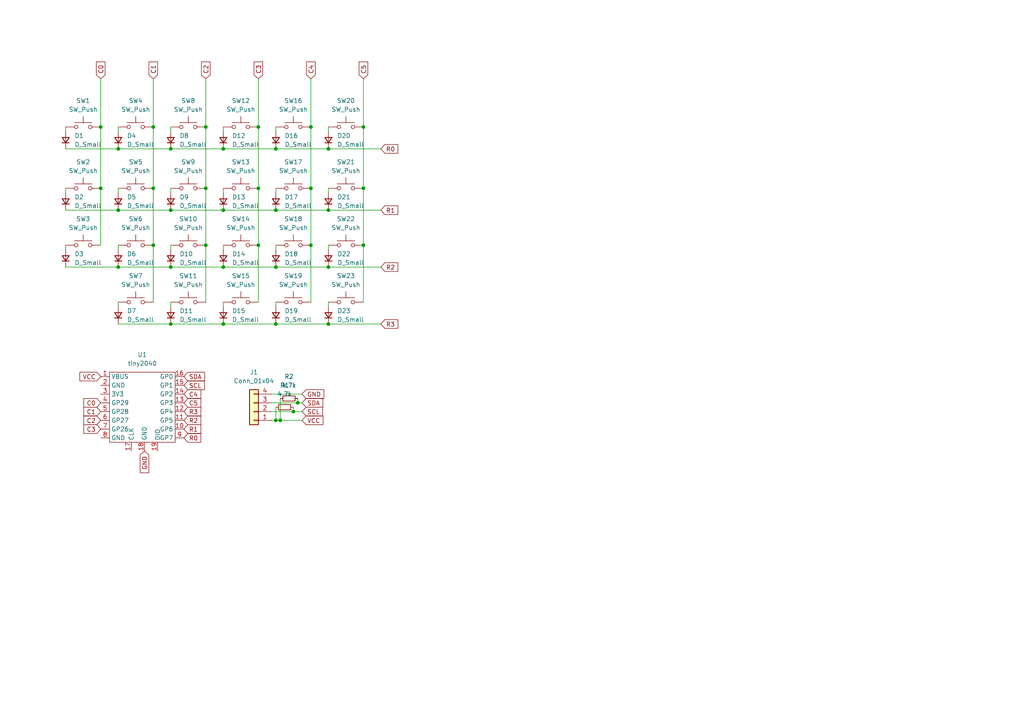
<source format=kicad_sch>
(kicad_sch (version 20211123) (generator eeschema)

  (uuid e63e39d7-6ac0-4ffd-8aa3-1841a4541b55)

  (paper "A4")

  (lib_symbols
    (symbol "Connector_Generic:Conn_01x04" (pin_names (offset 1.016) hide) (in_bom yes) (on_board yes)
      (property "Reference" "J" (id 0) (at 0 5.08 0)
        (effects (font (size 1.27 1.27)))
      )
      (property "Value" "Conn_01x04" (id 1) (at 0 -7.62 0)
        (effects (font (size 1.27 1.27)))
      )
      (property "Footprint" "" (id 2) (at 0 0 0)
        (effects (font (size 1.27 1.27)) hide)
      )
      (property "Datasheet" "~" (id 3) (at 0 0 0)
        (effects (font (size 1.27 1.27)) hide)
      )
      (property "ki_keywords" "connector" (id 4) (at 0 0 0)
        (effects (font (size 1.27 1.27)) hide)
      )
      (property "ki_description" "Generic connector, single row, 01x04, script generated (kicad-library-utils/schlib/autogen/connector/)" (id 5) (at 0 0 0)
        (effects (font (size 1.27 1.27)) hide)
      )
      (property "ki_fp_filters" "Connector*:*_1x??_*" (id 6) (at 0 0 0)
        (effects (font (size 1.27 1.27)) hide)
      )
      (symbol "Conn_01x04_1_1"
        (rectangle (start -1.27 -4.953) (end 0 -5.207)
          (stroke (width 0.1524) (type default) (color 0 0 0 0))
          (fill (type none))
        )
        (rectangle (start -1.27 -2.413) (end 0 -2.667)
          (stroke (width 0.1524) (type default) (color 0 0 0 0))
          (fill (type none))
        )
        (rectangle (start -1.27 0.127) (end 0 -0.127)
          (stroke (width 0.1524) (type default) (color 0 0 0 0))
          (fill (type none))
        )
        (rectangle (start -1.27 2.667) (end 0 2.413)
          (stroke (width 0.1524) (type default) (color 0 0 0 0))
          (fill (type none))
        )
        (rectangle (start -1.27 3.81) (end 1.27 -6.35)
          (stroke (width 0.254) (type default) (color 0 0 0 0))
          (fill (type background))
        )
        (pin passive line (at -5.08 2.54 0) (length 3.81)
          (name "Pin_1" (effects (font (size 1.27 1.27))))
          (number "1" (effects (font (size 1.27 1.27))))
        )
        (pin passive line (at -5.08 0 0) (length 3.81)
          (name "Pin_2" (effects (font (size 1.27 1.27))))
          (number "2" (effects (font (size 1.27 1.27))))
        )
        (pin passive line (at -5.08 -2.54 0) (length 3.81)
          (name "Pin_3" (effects (font (size 1.27 1.27))))
          (number "3" (effects (font (size 1.27 1.27))))
        )
        (pin passive line (at -5.08 -5.08 0) (length 3.81)
          (name "Pin_4" (effects (font (size 1.27 1.27))))
          (number "4" (effects (font (size 1.27 1.27))))
        )
      )
    )
    (symbol "Device:D_Small" (pin_numbers hide) (pin_names (offset 0.254) hide) (in_bom yes) (on_board yes)
      (property "Reference" "D" (id 0) (at -1.27 2.032 0)
        (effects (font (size 1.27 1.27)) (justify left))
      )
      (property "Value" "D_Small" (id 1) (at -3.81 -2.032 0)
        (effects (font (size 1.27 1.27)) (justify left))
      )
      (property "Footprint" "" (id 2) (at 0 0 90)
        (effects (font (size 1.27 1.27)) hide)
      )
      (property "Datasheet" "~" (id 3) (at 0 0 90)
        (effects (font (size 1.27 1.27)) hide)
      )
      (property "ki_keywords" "diode" (id 4) (at 0 0 0)
        (effects (font (size 1.27 1.27)) hide)
      )
      (property "ki_description" "Diode, small symbol" (id 5) (at 0 0 0)
        (effects (font (size 1.27 1.27)) hide)
      )
      (property "ki_fp_filters" "TO-???* *_Diode_* *SingleDiode* D_*" (id 6) (at 0 0 0)
        (effects (font (size 1.27 1.27)) hide)
      )
      (symbol "D_Small_0_1"
        (polyline
          (pts
            (xy -0.762 -1.016)
            (xy -0.762 1.016)
          )
          (stroke (width 0.254) (type default) (color 0 0 0 0))
          (fill (type none))
        )
        (polyline
          (pts
            (xy -0.762 0)
            (xy 0.762 0)
          )
          (stroke (width 0) (type default) (color 0 0 0 0))
          (fill (type none))
        )
        (polyline
          (pts
            (xy 0.762 -1.016)
            (xy -0.762 0)
            (xy 0.762 1.016)
            (xy 0.762 -1.016)
          )
          (stroke (width 0.254) (type default) (color 0 0 0 0))
          (fill (type none))
        )
      )
      (symbol "D_Small_1_1"
        (pin passive line (at -2.54 0 0) (length 1.778)
          (name "K" (effects (font (size 1.27 1.27))))
          (number "1" (effects (font (size 1.27 1.27))))
        )
        (pin passive line (at 2.54 0 180) (length 1.778)
          (name "A" (effects (font (size 1.27 1.27))))
          (number "2" (effects (font (size 1.27 1.27))))
        )
      )
    )
    (symbol "Device:R_Small" (pin_numbers hide) (pin_names (offset 0.254) hide) (in_bom yes) (on_board yes)
      (property "Reference" "R" (id 0) (at 0.762 0.508 0)
        (effects (font (size 1.27 1.27)) (justify left))
      )
      (property "Value" "R_Small" (id 1) (at 0.762 -1.016 0)
        (effects (font (size 1.27 1.27)) (justify left))
      )
      (property "Footprint" "" (id 2) (at 0 0 0)
        (effects (font (size 1.27 1.27)) hide)
      )
      (property "Datasheet" "~" (id 3) (at 0 0 0)
        (effects (font (size 1.27 1.27)) hide)
      )
      (property "ki_keywords" "R resistor" (id 4) (at 0 0 0)
        (effects (font (size 1.27 1.27)) hide)
      )
      (property "ki_description" "Resistor, small symbol" (id 5) (at 0 0 0)
        (effects (font (size 1.27 1.27)) hide)
      )
      (property "ki_fp_filters" "R_*" (id 6) (at 0 0 0)
        (effects (font (size 1.27 1.27)) hide)
      )
      (symbol "R_Small_0_1"
        (rectangle (start -0.762 1.778) (end 0.762 -1.778)
          (stroke (width 0.2032) (type default) (color 0 0 0 0))
          (fill (type none))
        )
      )
      (symbol "R_Small_1_1"
        (pin passive line (at 0 2.54 270) (length 0.762)
          (name "~" (effects (font (size 1.27 1.27))))
          (number "1" (effects (font (size 1.27 1.27))))
        )
        (pin passive line (at 0 -2.54 90) (length 0.762)
          (name "~" (effects (font (size 1.27 1.27))))
          (number "2" (effects (font (size 1.27 1.27))))
        )
      )
    )
    (symbol "Switch:SW_Push" (pin_numbers hide) (pin_names (offset 1.016) hide) (in_bom yes) (on_board yes)
      (property "Reference" "SW" (id 0) (at 1.27 2.54 0)
        (effects (font (size 1.27 1.27)) (justify left))
      )
      (property "Value" "SW_Push" (id 1) (at 0 -1.524 0)
        (effects (font (size 1.27 1.27)))
      )
      (property "Footprint" "" (id 2) (at 0 5.08 0)
        (effects (font (size 1.27 1.27)) hide)
      )
      (property "Datasheet" "~" (id 3) (at 0 5.08 0)
        (effects (font (size 1.27 1.27)) hide)
      )
      (property "ki_keywords" "switch normally-open pushbutton push-button" (id 4) (at 0 0 0)
        (effects (font (size 1.27 1.27)) hide)
      )
      (property "ki_description" "Push button switch, generic, two pins" (id 5) (at 0 0 0)
        (effects (font (size 1.27 1.27)) hide)
      )
      (symbol "SW_Push_0_1"
        (circle (center -2.032 0) (radius 0.508)
          (stroke (width 0) (type default) (color 0 0 0 0))
          (fill (type none))
        )
        (polyline
          (pts
            (xy 0 1.27)
            (xy 0 3.048)
          )
          (stroke (width 0) (type default) (color 0 0 0 0))
          (fill (type none))
        )
        (polyline
          (pts
            (xy 2.54 1.27)
            (xy -2.54 1.27)
          )
          (stroke (width 0) (type default) (color 0 0 0 0))
          (fill (type none))
        )
        (circle (center 2.032 0) (radius 0.508)
          (stroke (width 0) (type default) (color 0 0 0 0))
          (fill (type none))
        )
        (pin passive line (at -5.08 0 0) (length 2.54)
          (name "1" (effects (font (size 1.27 1.27))))
          (number "1" (effects (font (size 1.27 1.27))))
        )
        (pin passive line (at 5.08 0 180) (length 2.54)
          (name "2" (effects (font (size 1.27 1.27))))
          (number "2" (effects (font (size 1.27 1.27))))
        )
      )
    )
    (symbol "tiny2040:tiny2040" (in_bom yes) (on_board yes)
      (property "Reference" "U" (id 0) (at 0 15.24 0)
        (effects (font (size 1.27 1.27)))
      )
      (property "Value" "tiny2040" (id 1) (at 0 12.7 0)
        (effects (font (size 1.27 1.27)))
      )
      (property "Footprint" "" (id 2) (at 0 16.51 0)
        (effects (font (size 1.27 1.27)) hide)
      )
      (property "Datasheet" "" (id 3) (at 0 16.51 0)
        (effects (font (size 1.27 1.27)) hide)
      )
      (symbol "tiny2040_0_1"
        (rectangle (start -10.16 10.16) (end 8.89 -10.16)
          (stroke (width 0) (type default) (color 0 0 0 0))
          (fill (type none))
        )
      )
      (symbol "tiny2040_1_1"
        (pin power_out line (at -12.7 8.89 0) (length 2.54)
          (name "VBUS" (effects (font (size 1.27 1.27))))
          (number "1" (effects (font (size 1.27 1.27))))
        )
        (pin input line (at 11.43 -6.35 180) (length 2.54)
          (name "GP6" (effects (font (size 1.27 1.27))))
          (number "10" (effects (font (size 1.27 1.27))))
        )
        (pin input line (at 11.43 -3.81 180) (length 2.54)
          (name "GP5" (effects (font (size 1.27 1.27))))
          (number "11" (effects (font (size 1.27 1.27))))
        )
        (pin input line (at 11.43 -1.27 180) (length 2.54)
          (name "GP4" (effects (font (size 1.27 1.27))))
          (number "12" (effects (font (size 1.27 1.27))))
        )
        (pin input line (at 11.43 1.27 180) (length 2.54)
          (name "GP3" (effects (font (size 1.27 1.27))))
          (number "13" (effects (font (size 1.27 1.27))))
        )
        (pin input line (at 11.43 3.81 180) (length 2.54)
          (name "GP2" (effects (font (size 1.27 1.27))))
          (number "14" (effects (font (size 1.27 1.27))))
        )
        (pin input line (at 11.43 6.35 180) (length 2.54)
          (name "GP1" (effects (font (size 1.27 1.27))))
          (number "15" (effects (font (size 1.27 1.27))))
        )
        (pin input line (at 11.43 8.89 180) (length 2.54)
          (name "GP0" (effects (font (size 1.27 1.27))))
          (number "16" (effects (font (size 1.27 1.27))))
        )
        (pin input line (at -3.81 -12.7 90) (length 2.54)
          (name "CLK" (effects (font (size 1.27 1.27))))
          (number "17" (effects (font (size 1.27 1.27))))
        )
        (pin input line (at 0 -12.7 90) (length 2.54)
          (name "GND" (effects (font (size 1.27 1.27))))
          (number "18" (effects (font (size 1.27 1.27))))
        )
        (pin input line (at 3.81 -12.7 90) (length 2.54)
          (name "DIO" (effects (font (size 1.27 1.27))))
          (number "19" (effects (font (size 1.27 1.27))))
        )
        (pin input line (at -12.7 6.35 0) (length 2.54)
          (name "GND" (effects (font (size 1.27 1.27))))
          (number "2" (effects (font (size 1.27 1.27))))
        )
        (pin power_out line (at -12.7 3.81 0) (length 2.54)
          (name "3V3" (effects (font (size 1.27 1.27))))
          (number "3" (effects (font (size 1.27 1.27))))
        )
        (pin input line (at -12.7 1.27 0) (length 2.54)
          (name "GP29" (effects (font (size 1.27 1.27))))
          (number "4" (effects (font (size 1.27 1.27))))
        )
        (pin input line (at -12.7 -1.27 0) (length 2.54)
          (name "GP28" (effects (font (size 1.27 1.27))))
          (number "5" (effects (font (size 1.27 1.27))))
        )
        (pin input line (at -12.7 -3.81 0) (length 2.54)
          (name "GP27" (effects (font (size 1.27 1.27))))
          (number "6" (effects (font (size 1.27 1.27))))
        )
        (pin input line (at -12.7 -6.35 0) (length 2.54)
          (name "GP26" (effects (font (size 1.27 1.27))))
          (number "7" (effects (font (size 1.27 1.27))))
        )
        (pin input line (at -12.7 -8.89 0) (length 2.54)
          (name "GND" (effects (font (size 1.27 1.27))))
          (number "8" (effects (font (size 1.27 1.27))))
        )
        (pin input line (at 11.43 -8.89 180) (length 2.54)
          (name "GP7" (effects (font (size 1.27 1.27))))
          (number "9" (effects (font (size 1.27 1.27))))
        )
      )
    )
  )

  (junction (at 90.17 54.61) (diameter 0) (color 0 0 0 0)
    (uuid 02d20e2a-c6bb-4e2e-84fd-94b3c05d7d61)
  )
  (junction (at 80.01 93.98) (diameter 0) (color 0 0 0 0)
    (uuid 06f4577d-6781-45e9-b263-4c0c81b7797a)
  )
  (junction (at 90.17 36.83) (diameter 0) (color 0 0 0 0)
    (uuid 0b813173-8a93-4e86-9363-34b8fad499a2)
  )
  (junction (at 34.29 60.96) (diameter 0) (color 0 0 0 0)
    (uuid 13cf5f47-09c1-4e8e-ae83-9c68d827b6ef)
  )
  (junction (at 74.93 54.61) (diameter 0) (color 0 0 0 0)
    (uuid 13d663d3-e380-48ba-8291-6d28aeb3ea13)
  )
  (junction (at 44.45 54.61) (diameter 0) (color 0 0 0 0)
    (uuid 1aab2aa5-0457-4ff6-b0fc-ea4650d5faa4)
  )
  (junction (at 64.77 60.96) (diameter 0) (color 0 0 0 0)
    (uuid 1b0c91da-2f04-4a24-a914-e5b872c4e22f)
  )
  (junction (at 49.53 60.96) (diameter 0) (color 0 0 0 0)
    (uuid 21f65768-9541-447a-b4de-d7c59e1f1db8)
  )
  (junction (at 80.01 121.92) (diameter 0) (color 0 0 0 0)
    (uuid 26541e78-9a6a-417e-8b1a-ed7f9b2f4bc1)
  )
  (junction (at 85.09 119.38) (diameter 0) (color 0 0 0 0)
    (uuid 27d174a9-796a-4085-a174-62687fe980f2)
  )
  (junction (at 64.77 93.98) (diameter 0) (color 0 0 0 0)
    (uuid 409fce3b-9690-4b72-b4ca-88b4c25d698f)
  )
  (junction (at 49.53 43.18) (diameter 0) (color 0 0 0 0)
    (uuid 47527e7e-e54d-4f3f-9442-89d1f3d444a7)
  )
  (junction (at 34.29 43.18) (diameter 0) (color 0 0 0 0)
    (uuid 4f4a5618-6947-4f97-9e95-07d326aa73fc)
  )
  (junction (at 49.53 77.47) (diameter 0) (color 0 0 0 0)
    (uuid 54a1e5a7-432c-418a-922c-c47630d6b843)
  )
  (junction (at 59.69 36.83) (diameter 0) (color 0 0 0 0)
    (uuid 5a94667d-97ad-4e13-a9ea-7544e8903eb9)
  )
  (junction (at 74.93 71.12) (diameter 0) (color 0 0 0 0)
    (uuid 60f667bb-4dd6-4ef6-9436-b723ccf0da33)
  )
  (junction (at 44.45 36.83) (diameter 0) (color 0 0 0 0)
    (uuid 61b2a99a-f308-4fe0-a2a4-63190cd0eeb9)
  )
  (junction (at 80.01 77.47) (diameter 0) (color 0 0 0 0)
    (uuid 62b37e6e-9a04-417e-9220-bcd947816ee1)
  )
  (junction (at 59.69 54.61) (diameter 0) (color 0 0 0 0)
    (uuid 6b4b4a57-b76e-4c71-9830-614c89077d25)
  )
  (junction (at 86.36 116.84) (diameter 0) (color 0 0 0 0)
    (uuid 7203a4cd-9333-480a-97ce-bf57a111c8cf)
  )
  (junction (at 49.53 93.98) (diameter 0) (color 0 0 0 0)
    (uuid 81c6da14-7a45-4c79-bbae-5de2a1a298e3)
  )
  (junction (at 64.77 77.47) (diameter 0) (color 0 0 0 0)
    (uuid 91e529a6-f308-4c6b-bb93-23d786505117)
  )
  (junction (at 90.17 71.12) (diameter 0) (color 0 0 0 0)
    (uuid 98f61068-96b6-4801-8fa1-8513a8be2db7)
  )
  (junction (at 105.41 71.12) (diameter 0) (color 0 0 0 0)
    (uuid a6007d56-f198-4412-9620-cce44d2ce334)
  )
  (junction (at 34.29 77.47) (diameter 0) (color 0 0 0 0)
    (uuid ab42d6ed-56f1-4886-b6cc-26adcd39e7b1)
  )
  (junction (at 105.41 54.61) (diameter 0) (color 0 0 0 0)
    (uuid ab4c8183-8bcf-4094-a035-be7f7c59fb48)
  )
  (junction (at 95.25 60.96) (diameter 0) (color 0 0 0 0)
    (uuid ad9d64bb-1b4d-48e3-b9f6-43fadf893a46)
  )
  (junction (at 29.21 54.61) (diameter 0) (color 0 0 0 0)
    (uuid b4e0d83a-1e44-4055-b69b-34a66bed64e8)
  )
  (junction (at 81.28 121.92) (diameter 0) (color 0 0 0 0)
    (uuid badb9ac6-eff9-4c82-9318-ddc220c517e4)
  )
  (junction (at 80.01 60.96) (diameter 0) (color 0 0 0 0)
    (uuid c397c96c-4e19-4285-ad73-d43f3bb269b2)
  )
  (junction (at 29.21 36.83) (diameter 0) (color 0 0 0 0)
    (uuid c402f5d1-39fe-449a-9cc4-12be50365662)
  )
  (junction (at 64.77 43.18) (diameter 0) (color 0 0 0 0)
    (uuid c4adda8e-1380-4a38-b9f1-75b3bd9fca29)
  )
  (junction (at 95.25 43.18) (diameter 0) (color 0 0 0 0)
    (uuid d14aa34e-1a67-4ad5-83c7-89bae873095b)
  )
  (junction (at 74.93 36.83) (diameter 0) (color 0 0 0 0)
    (uuid d72c59fb-2794-4b47-b6e3-943b0a597b13)
  )
  (junction (at 95.25 93.98) (diameter 0) (color 0 0 0 0)
    (uuid e29ea4e2-8e3e-4600-885a-20f45b012cea)
  )
  (junction (at 59.69 71.12) (diameter 0) (color 0 0 0 0)
    (uuid e6cc7a9d-0dfd-42a2-ad25-88a8a4d619ba)
  )
  (junction (at 95.25 77.47) (diameter 0) (color 0 0 0 0)
    (uuid e9890516-b047-4c9e-9731-dd57dc45efd4)
  )
  (junction (at 105.41 36.83) (diameter 0) (color 0 0 0 0)
    (uuid edd010b4-5676-4ef8-9524-19706379eda3)
  )
  (junction (at 80.01 43.18) (diameter 0) (color 0 0 0 0)
    (uuid fa376488-01f2-4444-8406-84b9f1564b1e)
  )
  (junction (at 44.45 71.12) (diameter 0) (color 0 0 0 0)
    (uuid fd104088-41a2-4597-bf6c-2e5dd03912b6)
  )

  (wire (pts (xy 90.17 36.83) (xy 90.17 54.61))
    (stroke (width 0) (type default) (color 0 0 0 0))
    (uuid 00de1b11-86d3-4a31-86ac-2ea09b3ea266)
  )
  (wire (pts (xy 90.17 22.86) (xy 90.17 36.83))
    (stroke (width 0) (type default) (color 0 0 0 0))
    (uuid 0f658f55-8436-4e7b-a877-69575b6e65f2)
  )
  (wire (pts (xy 34.29 71.12) (xy 34.29 72.39))
    (stroke (width 0) (type default) (color 0 0 0 0))
    (uuid 11da1bb9-4f69-4b5f-971f-e779a6acea21)
  )
  (wire (pts (xy 95.25 93.98) (xy 110.49 93.98))
    (stroke (width 0) (type default) (color 0 0 0 0))
    (uuid 120f592d-a860-4d8f-ad0e-9610789b42ef)
  )
  (wire (pts (xy 44.45 36.83) (xy 44.45 54.61))
    (stroke (width 0) (type default) (color 0 0 0 0))
    (uuid 12cc7fdd-29c6-4f50-98e4-e56ec271933d)
  )
  (wire (pts (xy 80.01 60.96) (xy 95.25 60.96))
    (stroke (width 0) (type default) (color 0 0 0 0))
    (uuid 1680cfe4-b708-4e6a-8c07-2c5485010a17)
  )
  (wire (pts (xy 64.77 87.63) (xy 64.77 88.9))
    (stroke (width 0) (type default) (color 0 0 0 0))
    (uuid 191d4dec-bea3-4c02-ba9c-6439e07b447f)
  )
  (wire (pts (xy 105.41 22.86) (xy 105.41 36.83))
    (stroke (width 0) (type default) (color 0 0 0 0))
    (uuid 19da16a8-75f6-4eb2-bb0e-65c93b4e42d9)
  )
  (wire (pts (xy 19.05 54.61) (xy 19.05 55.88))
    (stroke (width 0) (type default) (color 0 0 0 0))
    (uuid 1c56cf33-5e47-45a6-afcf-dece1b56af2e)
  )
  (wire (pts (xy 74.93 36.83) (xy 74.93 54.61))
    (stroke (width 0) (type default) (color 0 0 0 0))
    (uuid 1df5b119-dd94-4e92-acf1-71e0e7f3e31b)
  )
  (wire (pts (xy 95.25 54.61) (xy 95.25 55.88))
    (stroke (width 0) (type default) (color 0 0 0 0))
    (uuid 1f353a38-cca8-4319-a88a-adf4bc17d733)
  )
  (wire (pts (xy 105.41 71.12) (xy 105.41 87.63))
    (stroke (width 0) (type default) (color 0 0 0 0))
    (uuid 22d0d422-9e14-4280-b4de-56a40b7ad139)
  )
  (wire (pts (xy 64.77 71.12) (xy 64.77 72.39))
    (stroke (width 0) (type default) (color 0 0 0 0))
    (uuid 24585545-b577-478e-bf39-b840aa364ba5)
  )
  (wire (pts (xy 64.77 93.98) (xy 80.01 93.98))
    (stroke (width 0) (type default) (color 0 0 0 0))
    (uuid 2ca99dfd-1c8c-48d6-bad6-26b1da146e4f)
  )
  (wire (pts (xy 95.25 71.12) (xy 95.25 72.39))
    (stroke (width 0) (type default) (color 0 0 0 0))
    (uuid 33b81c04-76c4-4c2e-8970-a0e8034086d4)
  )
  (wire (pts (xy 59.69 54.61) (xy 59.69 71.12))
    (stroke (width 0) (type default) (color 0 0 0 0))
    (uuid 33eeb4f3-3abf-42b8-bcfc-285e2181ca60)
  )
  (wire (pts (xy 80.01 121.92) (xy 81.28 121.92))
    (stroke (width 0) (type default) (color 0 0 0 0))
    (uuid 3448d89f-21ec-4679-aff6-9fe579b5e0bb)
  )
  (wire (pts (xy 44.45 54.61) (xy 44.45 71.12))
    (stroke (width 0) (type default) (color 0 0 0 0))
    (uuid 433397c4-9841-439e-937d-5e33a5fcd91b)
  )
  (wire (pts (xy 34.29 36.83) (xy 34.29 38.1))
    (stroke (width 0) (type default) (color 0 0 0 0))
    (uuid 475c382c-3be9-4aac-a386-7ec8e7ffb328)
  )
  (wire (pts (xy 49.53 43.18) (xy 64.77 43.18))
    (stroke (width 0) (type default) (color 0 0 0 0))
    (uuid 4aae0e3c-645f-4cc1-96d4-1c90ed718f5e)
  )
  (wire (pts (xy 80.01 87.63) (xy 80.01 88.9))
    (stroke (width 0) (type default) (color 0 0 0 0))
    (uuid 500c55c7-c8c1-46e3-872c-229ce5d5ecbd)
  )
  (wire (pts (xy 49.53 60.96) (xy 64.77 60.96))
    (stroke (width 0) (type default) (color 0 0 0 0))
    (uuid 50204257-e18c-4b6c-b5d3-98e234d8a9c3)
  )
  (wire (pts (xy 80.01 118.11) (xy 80.01 121.92))
    (stroke (width 0) (type default) (color 0 0 0 0))
    (uuid 51be3f18-d094-49bb-9edf-65da704f8a30)
  )
  (wire (pts (xy 44.45 22.86) (xy 44.45 36.83))
    (stroke (width 0) (type default) (color 0 0 0 0))
    (uuid 5201a1ca-ce6d-4c58-b8b5-c861211e2631)
  )
  (wire (pts (xy 49.53 54.61) (xy 49.53 55.88))
    (stroke (width 0) (type default) (color 0 0 0 0))
    (uuid 550b26c9-1cee-47c6-81a9-45e6d70bb39c)
  )
  (wire (pts (xy 29.21 36.83) (xy 29.21 54.61))
    (stroke (width 0) (type default) (color 0 0 0 0))
    (uuid 564ff758-2895-4a23-9457-dcec4e3f6bbe)
  )
  (wire (pts (xy 34.29 77.47) (xy 49.53 77.47))
    (stroke (width 0) (type default) (color 0 0 0 0))
    (uuid 567c1f6e-7722-4892-b7ad-516e34ec62b7)
  )
  (wire (pts (xy 59.69 36.83) (xy 59.69 54.61))
    (stroke (width 0) (type default) (color 0 0 0 0))
    (uuid 569f4c47-18ce-4bf6-9157-302d787d4537)
  )
  (wire (pts (xy 19.05 43.18) (xy 34.29 43.18))
    (stroke (width 0) (type default) (color 0 0 0 0))
    (uuid 5ae3b45a-9f0b-4b54-bc9a-b664b68c3e1c)
  )
  (wire (pts (xy 85.09 119.38) (xy 87.63 119.38))
    (stroke (width 0) (type default) (color 0 0 0 0))
    (uuid 5c21c1fe-cea3-4f6d-936f-665f52cd17c8)
  )
  (wire (pts (xy 19.05 60.96) (xy 34.29 60.96))
    (stroke (width 0) (type default) (color 0 0 0 0))
    (uuid 5e65dd84-afa1-44ae-b73f-3f47465be2ef)
  )
  (wire (pts (xy 95.25 43.18) (xy 110.49 43.18))
    (stroke (width 0) (type default) (color 0 0 0 0))
    (uuid 607632f2-1b5b-4f54-9e51-a30a63007b0a)
  )
  (wire (pts (xy 86.36 116.84) (xy 87.63 116.84))
    (stroke (width 0) (type default) (color 0 0 0 0))
    (uuid 63aad061-46e0-4418-b6c3-6ea37acdfe80)
  )
  (wire (pts (xy 19.05 77.47) (xy 34.29 77.47))
    (stroke (width 0) (type default) (color 0 0 0 0))
    (uuid 63d3284a-1b84-4dc1-a588-9ae160807e10)
  )
  (wire (pts (xy 95.25 36.83) (xy 95.25 38.1))
    (stroke (width 0) (type default) (color 0 0 0 0))
    (uuid 693dfff2-7c94-4ce8-9419-a10eea5a57da)
  )
  (wire (pts (xy 81.28 115.57) (xy 81.28 121.92))
    (stroke (width 0) (type default) (color 0 0 0 0))
    (uuid 6b345388-b5ed-415e-9017-42e522db04a7)
  )
  (wire (pts (xy 95.25 77.47) (xy 110.49 77.47))
    (stroke (width 0) (type default) (color 0 0 0 0))
    (uuid 6ed5e544-0336-45a0-a542-95f93d9e3df5)
  )
  (wire (pts (xy 34.29 87.63) (xy 34.29 88.9))
    (stroke (width 0) (type default) (color 0 0 0 0))
    (uuid 727a617f-5a50-4a58-adb9-f36bacedb1ea)
  )
  (wire (pts (xy 85.09 118.11) (xy 85.09 119.38))
    (stroke (width 0) (type default) (color 0 0 0 0))
    (uuid 7bf6d649-cdff-46ed-a0d2-e9a9b31d7268)
  )
  (wire (pts (xy 44.45 71.12) (xy 44.45 87.63))
    (stroke (width 0) (type default) (color 0 0 0 0))
    (uuid 7cc8dbf3-4004-498d-a663-d2186ce1449d)
  )
  (wire (pts (xy 81.28 121.92) (xy 87.63 121.92))
    (stroke (width 0) (type default) (color 0 0 0 0))
    (uuid 80751b57-c9e4-4d6b-a5e5-26d1ee119f67)
  )
  (wire (pts (xy 64.77 36.83) (xy 64.77 38.1))
    (stroke (width 0) (type default) (color 0 0 0 0))
    (uuid 84fdc29c-d882-4ad0-a0b5-b27a4644e0e4)
  )
  (wire (pts (xy 78.74 116.84) (xy 86.36 116.84))
    (stroke (width 0) (type default) (color 0 0 0 0))
    (uuid 8555fc0a-501a-4d50-ae3f-de4dffde9a68)
  )
  (wire (pts (xy 34.29 43.18) (xy 49.53 43.18))
    (stroke (width 0) (type default) (color 0 0 0 0))
    (uuid 8db1bb56-6277-47ad-a187-18fa0b8853ea)
  )
  (wire (pts (xy 80.01 71.12) (xy 80.01 72.39))
    (stroke (width 0) (type default) (color 0 0 0 0))
    (uuid 9081796a-2df1-4868-95e5-6018b4b89949)
  )
  (wire (pts (xy 34.29 54.61) (xy 34.29 55.88))
    (stroke (width 0) (type default) (color 0 0 0 0))
    (uuid 9087eb8b-b662-4253-9567-a8b106d45277)
  )
  (wire (pts (xy 95.25 60.96) (xy 110.49 60.96))
    (stroke (width 0) (type default) (color 0 0 0 0))
    (uuid 93bc535c-bfa2-4fd6-b8b3-d91dd25d1b8d)
  )
  (wire (pts (xy 80.01 93.98) (xy 95.25 93.98))
    (stroke (width 0) (type default) (color 0 0 0 0))
    (uuid 93e0ed37-b598-4efc-8c56-7e1adb523f89)
  )
  (wire (pts (xy 78.74 119.38) (xy 85.09 119.38))
    (stroke (width 0) (type default) (color 0 0 0 0))
    (uuid 94da0f9a-97d4-4fe9-98ce-6aaa26f8519c)
  )
  (wire (pts (xy 78.74 114.3) (xy 87.63 114.3))
    (stroke (width 0) (type default) (color 0 0 0 0))
    (uuid 9bb9f98d-7f1a-42a9-a563-b9f32b92717c)
  )
  (wire (pts (xy 105.41 36.83) (xy 105.41 54.61))
    (stroke (width 0) (type default) (color 0 0 0 0))
    (uuid a2f47db4-a2fc-44e5-9083-2c98caedaddc)
  )
  (wire (pts (xy 34.29 93.98) (xy 49.53 93.98))
    (stroke (width 0) (type default) (color 0 0 0 0))
    (uuid a35f0f32-f7c9-41f9-9a44-7db38113ac80)
  )
  (wire (pts (xy 74.93 54.61) (xy 74.93 71.12))
    (stroke (width 0) (type default) (color 0 0 0 0))
    (uuid b0120c43-c60c-4646-b5c5-bcf2a301a5ca)
  )
  (wire (pts (xy 74.93 22.86) (xy 74.93 36.83))
    (stroke (width 0) (type default) (color 0 0 0 0))
    (uuid b3920c04-03c2-4bf4-a770-d5afad057083)
  )
  (wire (pts (xy 64.77 43.18) (xy 80.01 43.18))
    (stroke (width 0) (type default) (color 0 0 0 0))
    (uuid b3990cbd-7afa-46ca-9311-d7f27f33a0f8)
  )
  (wire (pts (xy 34.29 60.96) (xy 49.53 60.96))
    (stroke (width 0) (type default) (color 0 0 0 0))
    (uuid ba0e49e1-06a2-4062-9858-ba64b50818dd)
  )
  (wire (pts (xy 29.21 22.86) (xy 29.21 36.83))
    (stroke (width 0) (type default) (color 0 0 0 0))
    (uuid bb0cf005-d008-4e1a-a46b-8325e571fb9d)
  )
  (wire (pts (xy 74.93 71.12) (xy 74.93 87.63))
    (stroke (width 0) (type default) (color 0 0 0 0))
    (uuid bb56e924-1f3d-4f39-a889-0d7b2453cf10)
  )
  (wire (pts (xy 64.77 54.61) (xy 64.77 55.88))
    (stroke (width 0) (type default) (color 0 0 0 0))
    (uuid be32a642-9f8a-4ad1-9582-9eeff51de8d9)
  )
  (wire (pts (xy 78.74 121.92) (xy 80.01 121.92))
    (stroke (width 0) (type default) (color 0 0 0 0))
    (uuid be70252f-802b-43e7-b9f5-5f7408de458a)
  )
  (wire (pts (xy 90.17 71.12) (xy 90.17 87.63))
    (stroke (width 0) (type default) (color 0 0 0 0))
    (uuid c2c20170-1ef5-4d87-b835-791e6eb00ea2)
  )
  (wire (pts (xy 90.17 54.61) (xy 90.17 71.12))
    (stroke (width 0) (type default) (color 0 0 0 0))
    (uuid c4709813-d6b8-4e26-95f4-70a240211fa8)
  )
  (wire (pts (xy 19.05 36.83) (xy 19.05 38.1))
    (stroke (width 0) (type default) (color 0 0 0 0))
    (uuid c8ca9a66-eff3-4707-9a9d-461ceca36c3c)
  )
  (wire (pts (xy 49.53 71.12) (xy 49.53 72.39))
    (stroke (width 0) (type default) (color 0 0 0 0))
    (uuid caf6f403-aad6-470e-888d-255682df153c)
  )
  (wire (pts (xy 80.01 43.18) (xy 95.25 43.18))
    (stroke (width 0) (type default) (color 0 0 0 0))
    (uuid cbd9f20d-897b-420c-84c6-125610b49d01)
  )
  (wire (pts (xy 105.41 54.61) (xy 105.41 71.12))
    (stroke (width 0) (type default) (color 0 0 0 0))
    (uuid d02252a6-2283-4ab8-9385-3b00f96fe048)
  )
  (wire (pts (xy 59.69 71.12) (xy 59.69 87.63))
    (stroke (width 0) (type default) (color 0 0 0 0))
    (uuid d117d233-a28c-49d0-8d84-04255106022f)
  )
  (wire (pts (xy 49.53 93.98) (xy 64.77 93.98))
    (stroke (width 0) (type default) (color 0 0 0 0))
    (uuid d13f1823-fcc3-45ff-be3b-9192ae44c13f)
  )
  (wire (pts (xy 95.25 87.63) (xy 95.25 88.9))
    (stroke (width 0) (type default) (color 0 0 0 0))
    (uuid d538f164-8b09-4e50-96da-2720debdc102)
  )
  (wire (pts (xy 80.01 77.47) (xy 95.25 77.47))
    (stroke (width 0) (type default) (color 0 0 0 0))
    (uuid d8ca850c-4a86-49d8-ac12-fd5e9adb2ff2)
  )
  (wire (pts (xy 59.69 22.86) (xy 59.69 36.83))
    (stroke (width 0) (type default) (color 0 0 0 0))
    (uuid d98c49c3-3455-4e51-82aa-f73ef49ca27a)
  )
  (wire (pts (xy 49.53 77.47) (xy 64.77 77.47))
    (stroke (width 0) (type default) (color 0 0 0 0))
    (uuid e18094f7-065a-4e0e-acc1-c49390d1c7ee)
  )
  (wire (pts (xy 80.01 36.83) (xy 80.01 38.1))
    (stroke (width 0) (type default) (color 0 0 0 0))
    (uuid e2bd79ff-68e4-44ce-b8af-0802e62c681c)
  )
  (wire (pts (xy 80.01 54.61) (xy 80.01 55.88))
    (stroke (width 0) (type default) (color 0 0 0 0))
    (uuid e370e11c-c6a4-4ba0-9dd7-536ccea47d19)
  )
  (wire (pts (xy 29.21 54.61) (xy 29.21 71.12))
    (stroke (width 0) (type default) (color 0 0 0 0))
    (uuid e85cb2b6-5bbf-4532-9619-32ede9253aa6)
  )
  (wire (pts (xy 86.36 115.57) (xy 86.36 116.84))
    (stroke (width 0) (type default) (color 0 0 0 0))
    (uuid e8acd0df-f381-40d3-9ab7-c6a4fc445ed3)
  )
  (wire (pts (xy 49.53 36.83) (xy 49.53 38.1))
    (stroke (width 0) (type default) (color 0 0 0 0))
    (uuid f0416734-1b43-4706-b615-06b9baa0c961)
  )
  (wire (pts (xy 19.05 71.12) (xy 19.05 72.39))
    (stroke (width 0) (type default) (color 0 0 0 0))
    (uuid f4c8b5f2-68a8-4075-b661-827c74cc25f2)
  )
  (wire (pts (xy 49.53 87.63) (xy 49.53 88.9))
    (stroke (width 0) (type default) (color 0 0 0 0))
    (uuid f7f457ab-1b89-4703-be11-d22fb847d802)
  )
  (wire (pts (xy 64.77 60.96) (xy 80.01 60.96))
    (stroke (width 0) (type default) (color 0 0 0 0))
    (uuid fafa1249-525d-4c14-9584-c87c219edb0d)
  )
  (wire (pts (xy 64.77 77.47) (xy 80.01 77.47))
    (stroke (width 0) (type default) (color 0 0 0 0))
    (uuid fe23f733-9615-41b6-9b78-aaa41db361ee)
  )

  (global_label "C3" (shape input) (at 29.21 124.46 180) (fields_autoplaced)
    (effects (font (size 1.27 1.27)) (justify right))
    (uuid 10222778-8da4-426f-a41b-88b5582cf99e)
    (property "Intersheet References" "${INTERSHEET_REFS}" (id 0) (at 24.3174 124.3806 0)
      (effects (font (size 1.27 1.27)) (justify right) hide)
    )
  )
  (global_label "R3" (shape input) (at 53.34 119.38 0) (fields_autoplaced)
    (effects (font (size 1.27 1.27)) (justify left))
    (uuid 11acf68e-b267-4635-86b8-6f03c2c91aff)
    (property "Intersheet References" "${INTERSHEET_REFS}" (id 0) (at 58.2326 119.3006 0)
      (effects (font (size 1.27 1.27)) (justify left) hide)
    )
  )
  (global_label "C0" (shape input) (at 29.21 116.84 180) (fields_autoplaced)
    (effects (font (size 1.27 1.27)) (justify right))
    (uuid 261bc2bc-ee7c-409a-8137-7f818f6795c8)
    (property "Intersheet References" "${INTERSHEET_REFS}" (id 0) (at 24.3174 116.7606 0)
      (effects (font (size 1.27 1.27)) (justify right) hide)
    )
  )
  (global_label "C4" (shape input) (at 90.17 22.86 90) (fields_autoplaced)
    (effects (font (size 1.27 1.27)) (justify left))
    (uuid 2b07fc27-d8cb-40c8-92d3-066ad29a75e8)
    (property "Intersheet References" "${INTERSHEET_REFS}" (id 0) (at 90.0906 17.9674 90)
      (effects (font (size 1.27 1.27)) (justify left) hide)
    )
  )
  (global_label "SDA" (shape input) (at 53.34 109.22 0) (fields_autoplaced)
    (effects (font (size 1.27 1.27)) (justify left))
    (uuid 37a6e85b-9f1f-451f-94b5-8f3f6f28bcb6)
    (property "Intersheet References" "${INTERSHEET_REFS}" (id 0) (at 59.3212 109.1406 0)
      (effects (font (size 1.27 1.27)) (justify left) hide)
    )
  )
  (global_label "C1" (shape input) (at 44.45 22.86 90) (fields_autoplaced)
    (effects (font (size 1.27 1.27)) (justify left))
    (uuid 3e00b7c8-3184-406f-a3a0-c354e681e599)
    (property "Intersheet References" "${INTERSHEET_REFS}" (id 0) (at 44.3706 17.9674 90)
      (effects (font (size 1.27 1.27)) (justify left) hide)
    )
  )
  (global_label "C1" (shape input) (at 29.21 119.38 180) (fields_autoplaced)
    (effects (font (size 1.27 1.27)) (justify right))
    (uuid 478ade99-0637-4598-8976-d80ff768f2e9)
    (property "Intersheet References" "${INTERSHEET_REFS}" (id 0) (at 24.3174 119.3006 0)
      (effects (font (size 1.27 1.27)) (justify right) hide)
    )
  )
  (global_label "GND" (shape input) (at 41.91 130.81 270) (fields_autoplaced)
    (effects (font (size 1.27 1.27)) (justify right))
    (uuid 4f65b039-1bf6-448c-be32-612a2a559302)
    (property "Intersheet References" "${INTERSHEET_REFS}" (id 0) (at 41.8306 137.0936 90)
      (effects (font (size 1.27 1.27)) (justify right) hide)
    )
  )
  (global_label "C2" (shape input) (at 59.69 22.86 90) (fields_autoplaced)
    (effects (font (size 1.27 1.27)) (justify left))
    (uuid 692db29f-5fb0-4da8-8733-854fedde391b)
    (property "Intersheet References" "${INTERSHEET_REFS}" (id 0) (at 59.6106 17.9674 90)
      (effects (font (size 1.27 1.27)) (justify left) hide)
    )
  )
  (global_label "C4" (shape input) (at 53.34 114.3 0) (fields_autoplaced)
    (effects (font (size 1.27 1.27)) (justify left))
    (uuid 6ae08907-107f-4ccc-b7a7-6d149b0fe513)
    (property "Intersheet References" "${INTERSHEET_REFS}" (id 0) (at 58.2326 114.2206 0)
      (effects (font (size 1.27 1.27)) (justify left) hide)
    )
  )
  (global_label "C2" (shape input) (at 29.21 121.92 180) (fields_autoplaced)
    (effects (font (size 1.27 1.27)) (justify right))
    (uuid 738f9752-6c19-42d8-b78c-b83060493063)
    (property "Intersheet References" "${INTERSHEET_REFS}" (id 0) (at 24.3174 121.8406 0)
      (effects (font (size 1.27 1.27)) (justify right) hide)
    )
  )
  (global_label "R3" (shape input) (at 110.49 93.98 0) (fields_autoplaced)
    (effects (font (size 1.27 1.27)) (justify left))
    (uuid 7d53e4a3-139b-4c1a-a5a2-7e1c5f3b656f)
    (property "Intersheet References" "${INTERSHEET_REFS}" (id 0) (at 115.3826 93.9006 0)
      (effects (font (size 1.27 1.27)) (justify left) hide)
    )
  )
  (global_label "VCC" (shape input) (at 87.63 121.92 0) (fields_autoplaced)
    (effects (font (size 1.27 1.27)) (justify left))
    (uuid 8371b1da-5b51-453e-b7b7-d10e96d4e1c6)
    (property "Intersheet References" "${INTERSHEET_REFS}" (id 0) (at 93.6717 121.8406 0)
      (effects (font (size 1.27 1.27)) (justify left) hide)
    )
  )
  (global_label "R2" (shape input) (at 53.34 121.92 0) (fields_autoplaced)
    (effects (font (size 1.27 1.27)) (justify left))
    (uuid 8551163a-97a0-4c50-8f37-da5b6e0f54f0)
    (property "Intersheet References" "${INTERSHEET_REFS}" (id 0) (at 58.2326 121.8406 0)
      (effects (font (size 1.27 1.27)) (justify left) hide)
    )
  )
  (global_label "R0" (shape input) (at 110.49 43.18 0) (fields_autoplaced)
    (effects (font (size 1.27 1.27)) (justify left))
    (uuid 8bedc21b-f9e0-45d6-829c-38939c0ea108)
    (property "Intersheet References" "${INTERSHEET_REFS}" (id 0) (at 115.3826 43.1006 0)
      (effects (font (size 1.27 1.27)) (justify left) hide)
    )
  )
  (global_label "R1" (shape input) (at 110.49 60.96 0) (fields_autoplaced)
    (effects (font (size 1.27 1.27)) (justify left))
    (uuid 93684935-c9da-499d-aaa4-0c2562e4747f)
    (property "Intersheet References" "${INTERSHEET_REFS}" (id 0) (at 115.3826 60.8806 0)
      (effects (font (size 1.27 1.27)) (justify left) hide)
    )
  )
  (global_label "C0" (shape input) (at 29.21 22.86 90) (fields_autoplaced)
    (effects (font (size 1.27 1.27)) (justify left))
    (uuid a30c0233-b127-4ea2-99b3-37ca42adf85b)
    (property "Intersheet References" "${INTERSHEET_REFS}" (id 0) (at 29.1306 17.9674 90)
      (effects (font (size 1.27 1.27)) (justify left) hide)
    )
  )
  (global_label "SCL" (shape input) (at 87.63 119.38 0) (fields_autoplaced)
    (effects (font (size 1.27 1.27)) (justify left))
    (uuid ae72129f-91e9-43c3-94c5-9a336bf05c81)
    (property "Intersheet References" "${INTERSHEET_REFS}" (id 0) (at 93.5507 119.3006 0)
      (effects (font (size 1.27 1.27)) (justify left) hide)
    )
  )
  (global_label "GND" (shape input) (at 87.63 114.3 0) (fields_autoplaced)
    (effects (font (size 1.27 1.27)) (justify left))
    (uuid c6dafa1b-3213-4a6f-951d-8ebccaf0f352)
    (property "Intersheet References" "${INTERSHEET_REFS}" (id 0) (at 93.9136 114.2206 0)
      (effects (font (size 1.27 1.27)) (justify left) hide)
    )
  )
  (global_label "C5" (shape input) (at 53.34 116.84 0) (fields_autoplaced)
    (effects (font (size 1.27 1.27)) (justify left))
    (uuid cdccd26b-7b7d-497b-979d-3455097005a1)
    (property "Intersheet References" "${INTERSHEET_REFS}" (id 0) (at 58.2326 116.7606 0)
      (effects (font (size 1.27 1.27)) (justify left) hide)
    )
  )
  (global_label "R0" (shape input) (at 53.34 127 0) (fields_autoplaced)
    (effects (font (size 1.27 1.27)) (justify left))
    (uuid d34bff15-1210-4513-bb50-35a59e9965d8)
    (property "Intersheet References" "${INTERSHEET_REFS}" (id 0) (at 58.2326 126.9206 0)
      (effects (font (size 1.27 1.27)) (justify left) hide)
    )
  )
  (global_label "SCL" (shape input) (at 53.34 111.76 0) (fields_autoplaced)
    (effects (font (size 1.27 1.27)) (justify left))
    (uuid da6749e2-bcea-4579-bd86-53c5581f52ba)
    (property "Intersheet References" "${INTERSHEET_REFS}" (id 0) (at 59.2607 111.8394 0)
      (effects (font (size 1.27 1.27)) (justify left) hide)
    )
  )
  (global_label "R2" (shape input) (at 110.49 77.47 0) (fields_autoplaced)
    (effects (font (size 1.27 1.27)) (justify left))
    (uuid db574808-eb34-4ce2-b724-d02b7bff78cf)
    (property "Intersheet References" "${INTERSHEET_REFS}" (id 0) (at 115.3826 77.3906 0)
      (effects (font (size 1.27 1.27)) (justify left) hide)
    )
  )
  (global_label "VCC" (shape input) (at 29.21 109.22 180) (fields_autoplaced)
    (effects (font (size 1.27 1.27)) (justify right))
    (uuid e436fd92-5f16-47ea-b19a-64d4b7199c7e)
    (property "Intersheet References" "${INTERSHEET_REFS}" (id 0) (at 23.1683 109.1406 0)
      (effects (font (size 1.27 1.27)) (justify right) hide)
    )
  )
  (global_label "SDA" (shape input) (at 87.63 116.84 0) (fields_autoplaced)
    (effects (font (size 1.27 1.27)) (justify left))
    (uuid efa2b57c-0331-4b03-ae50-6be4c1e3853d)
    (property "Intersheet References" "${INTERSHEET_REFS}" (id 0) (at 93.6112 116.7606 0)
      (effects (font (size 1.27 1.27)) (justify left) hide)
    )
  )
  (global_label "C3" (shape input) (at 74.93 22.86 90) (fields_autoplaced)
    (effects (font (size 1.27 1.27)) (justify left))
    (uuid f3477cef-0456-48a4-9eea-4862cc637720)
    (property "Intersheet References" "${INTERSHEET_REFS}" (id 0) (at 74.8506 17.9674 90)
      (effects (font (size 1.27 1.27)) (justify left) hide)
    )
  )
  (global_label "C5" (shape input) (at 105.41 22.86 90) (fields_autoplaced)
    (effects (font (size 1.27 1.27)) (justify left))
    (uuid f6859caa-539e-4451-b016-c5ac17618209)
    (property "Intersheet References" "${INTERSHEET_REFS}" (id 0) (at 105.3306 17.9674 90)
      (effects (font (size 1.27 1.27)) (justify left) hide)
    )
  )
  (global_label "R1" (shape input) (at 53.34 124.46 0) (fields_autoplaced)
    (effects (font (size 1.27 1.27)) (justify left))
    (uuid f9e58e4b-3a2a-44d4-8387-8ad21106302f)
    (property "Intersheet References" "${INTERSHEET_REFS}" (id 0) (at 58.2326 124.3806 0)
      (effects (font (size 1.27 1.27)) (justify left) hide)
    )
  )

  (symbol (lib_id "Device:D_Small") (at 34.29 58.42 90) (unit 1)
    (in_bom yes) (on_board yes) (fields_autoplaced)
    (uuid 08defbdb-152c-4cf4-892f-5d0121c7977b)
    (property "Reference" "D5" (id 0) (at 36.83 57.1499 90)
      (effects (font (size 1.27 1.27)) (justify right))
    )
    (property "Value" "D_Small" (id 1) (at 36.83 59.6899 90)
      (effects (font (size 1.27 1.27)) (justify right))
    )
    (property "Footprint" "Diode_SMD:D_SOD-123" (id 2) (at 34.29 58.42 90)
      (effects (font (size 1.27 1.27)) hide)
    )
    (property "Datasheet" "~" (id 3) (at 34.29 58.42 90)
      (effects (font (size 1.27 1.27)) hide)
    )
    (pin "1" (uuid f2f5e601-3f5c-4e15-9fa3-11596bf2da37))
    (pin "2" (uuid f1253912-354e-434f-a2ff-965e39be78da))
  )

  (symbol (lib_id "Device:R_Small") (at 82.55 118.11 90) (unit 1)
    (in_bom yes) (on_board yes) (fields_autoplaced)
    (uuid 0996ee84-0c64-41f6-b099-c236b7ec8c89)
    (property "Reference" "R1" (id 0) (at 82.55 111.76 90))
    (property "Value" "4.7k" (id 1) (at 82.55 114.3 90))
    (property "Footprint" "Resistor_SMD:R_0805_2012Metric" (id 2) (at 82.55 118.11 0)
      (effects (font (size 1.27 1.27)) hide)
    )
    (property "Datasheet" "~" (id 3) (at 82.55 118.11 0)
      (effects (font (size 1.27 1.27)) hide)
    )
    (pin "1" (uuid fb266b0d-4ca7-4cd5-bbcb-8ed6032ecc41))
    (pin "2" (uuid bb6d57a9-bbd0-4e3d-9191-e1eb0aaf0ad8))
  )

  (symbol (lib_id "Switch:SW_Push") (at 39.37 71.12 0) (unit 1)
    (in_bom yes) (on_board yes) (fields_autoplaced)
    (uuid 2420fd82-7ec8-4e8a-99d9-d1065447a473)
    (property "Reference" "SW6" (id 0) (at 39.37 63.5 0))
    (property "Value" "SW_Push" (id 1) (at 39.37 66.04 0))
    (property "Footprint" "Button_Switch_Keyboard:SW_Cherry_MX_1.00u_PCB" (id 2) (at 39.37 66.04 0)
      (effects (font (size 1.27 1.27)) hide)
    )
    (property "Datasheet" "~" (id 3) (at 39.37 66.04 0)
      (effects (font (size 1.27 1.27)) hide)
    )
    (pin "1" (uuid 76171841-3af1-4006-be52-0156e2adf1ca))
    (pin "2" (uuid cd67e6fc-1ea4-4de7-abe2-9ea6caffd9f0))
  )

  (symbol (lib_id "Switch:SW_Push") (at 69.85 71.12 0) (unit 1)
    (in_bom yes) (on_board yes) (fields_autoplaced)
    (uuid 255b26e6-50c5-468e-b17b-bf93ef6f962e)
    (property "Reference" "SW14" (id 0) (at 69.85 63.5 0))
    (property "Value" "SW_Push" (id 1) (at 69.85 66.04 0))
    (property "Footprint" "Button_Switch_Keyboard:SW_Cherry_MX_1.00u_PCB" (id 2) (at 69.85 66.04 0)
      (effects (font (size 1.27 1.27)) hide)
    )
    (property "Datasheet" "~" (id 3) (at 69.85 66.04 0)
      (effects (font (size 1.27 1.27)) hide)
    )
    (pin "1" (uuid 17af0b03-8a04-4d8e-b4ae-5bcbdbd06c3f))
    (pin "2" (uuid 4b39d049-a09e-468e-aac7-d4760a7fb318))
  )

  (symbol (lib_id "Connector_Generic:Conn_01x04") (at 73.66 119.38 180) (unit 1)
    (in_bom yes) (on_board yes) (fields_autoplaced)
    (uuid 25a88845-345e-4f12-80f5-60ddeef25e01)
    (property "Reference" "J1" (id 0) (at 73.66 107.95 0))
    (property "Value" "Conn_01x04" (id 1) (at 73.66 110.49 0))
    (property "Footprint" "Connector_Molex:Molex_Sabre_43160-1104_1x04_P7.49mm_Horizontal" (id 2) (at 73.66 119.38 0)
      (effects (font (size 1.27 1.27)) hide)
    )
    (property "Datasheet" "~" (id 3) (at 73.66 119.38 0)
      (effects (font (size 1.27 1.27)) hide)
    )
    (pin "1" (uuid acd97fe4-6e4a-496d-bc18-c6be9e88e1b0))
    (pin "2" (uuid 70a3eac7-51fb-4e36-befe-350cfb83081e))
    (pin "3" (uuid 7f9db073-dae8-453a-aa04-ffdd3394ea01))
    (pin "4" (uuid e09875da-ab1c-447e-9a6b-d80d01701150))
  )

  (symbol (lib_id "Switch:SW_Push") (at 24.13 54.61 0) (unit 1)
    (in_bom yes) (on_board yes) (fields_autoplaced)
    (uuid 2ad02a87-e3b7-4109-83a9-34018b7755f2)
    (property "Reference" "SW2" (id 0) (at 24.13 46.99 0))
    (property "Value" "SW_Push" (id 1) (at 24.13 49.53 0))
    (property "Footprint" "Button_Switch_Keyboard:SW_Cherry_MX_1.00u_PCB" (id 2) (at 24.13 49.53 0)
      (effects (font (size 1.27 1.27)) hide)
    )
    (property "Datasheet" "~" (id 3) (at 24.13 49.53 0)
      (effects (font (size 1.27 1.27)) hide)
    )
    (pin "1" (uuid 869e4e5d-0ba2-4623-a79c-e94aec112854))
    (pin "2" (uuid 2dc81cd6-70c0-4184-bb44-312e0b38b76b))
  )

  (symbol (lib_id "Device:D_Small") (at 49.53 74.93 90) (unit 1)
    (in_bom yes) (on_board yes) (fields_autoplaced)
    (uuid 2cf0ae5a-7e02-4df0-abef-fb057cff4b7c)
    (property "Reference" "D10" (id 0) (at 52.07 73.6599 90)
      (effects (font (size 1.27 1.27)) (justify right))
    )
    (property "Value" "D_Small" (id 1) (at 52.07 76.1999 90)
      (effects (font (size 1.27 1.27)) (justify right))
    )
    (property "Footprint" "Diode_SMD:D_SOD-123" (id 2) (at 49.53 74.93 90)
      (effects (font (size 1.27 1.27)) hide)
    )
    (property "Datasheet" "~" (id 3) (at 49.53 74.93 90)
      (effects (font (size 1.27 1.27)) hide)
    )
    (pin "1" (uuid 77d72da9-c290-4a7c-bf91-afdd45ab02c8))
    (pin "2" (uuid 7f69b5a7-c09c-4cc5-8536-b50bc342272d))
  )

  (symbol (lib_id "Device:D_Small") (at 34.29 91.44 90) (unit 1)
    (in_bom yes) (on_board yes) (fields_autoplaced)
    (uuid 395790cd-a9a6-4c31-8836-1df05321448d)
    (property "Reference" "D7" (id 0) (at 36.83 90.1699 90)
      (effects (font (size 1.27 1.27)) (justify right))
    )
    (property "Value" "D_Small" (id 1) (at 36.83 92.7099 90)
      (effects (font (size 1.27 1.27)) (justify right))
    )
    (property "Footprint" "Diode_SMD:D_SOD-123" (id 2) (at 34.29 91.44 90)
      (effects (font (size 1.27 1.27)) hide)
    )
    (property "Datasheet" "~" (id 3) (at 34.29 91.44 90)
      (effects (font (size 1.27 1.27)) hide)
    )
    (pin "1" (uuid 2805150f-603c-4ecc-a821-601102df5318))
    (pin "2" (uuid 734225a9-c121-4b08-8c6d-3a2e329f37c7))
  )

  (symbol (lib_id "Device:D_Small") (at 95.25 91.44 90) (unit 1)
    (in_bom yes) (on_board yes) (fields_autoplaced)
    (uuid 3cefa611-66bc-46ca-bf3c-c1f35b96c9e4)
    (property "Reference" "D23" (id 0) (at 97.79 90.1699 90)
      (effects (font (size 1.27 1.27)) (justify right))
    )
    (property "Value" "D_Small" (id 1) (at 97.79 92.7099 90)
      (effects (font (size 1.27 1.27)) (justify right))
    )
    (property "Footprint" "Diode_SMD:D_SOD-123" (id 2) (at 95.25 91.44 90)
      (effects (font (size 1.27 1.27)) hide)
    )
    (property "Datasheet" "~" (id 3) (at 95.25 91.44 90)
      (effects (font (size 1.27 1.27)) hide)
    )
    (pin "1" (uuid fb663149-fcf3-4f0b-a377-d1f99490deec))
    (pin "2" (uuid d981b1a8-827e-4e05-8cd2-91be8f9fa266))
  )

  (symbol (lib_id "Switch:SW_Push") (at 39.37 87.63 0) (unit 1)
    (in_bom yes) (on_board yes) (fields_autoplaced)
    (uuid 3eb7b302-767b-4af9-a40e-766af61fd103)
    (property "Reference" "SW7" (id 0) (at 39.37 80.01 0))
    (property "Value" "SW_Push" (id 1) (at 39.37 82.55 0))
    (property "Footprint" "Button_Switch_Keyboard:SW_Cherry_MX_1.00u_PCB" (id 2) (at 39.37 82.55 0)
      (effects (font (size 1.27 1.27)) hide)
    )
    (property "Datasheet" "~" (id 3) (at 39.37 82.55 0)
      (effects (font (size 1.27 1.27)) hide)
    )
    (pin "1" (uuid 7482695d-7cf5-4d6b-a30b-62a73d17c6f6))
    (pin "2" (uuid 6f05538b-edf3-4c7f-b30c-29c6897b86d6))
  )

  (symbol (lib_id "Switch:SW_Push") (at 54.61 71.12 0) (unit 1)
    (in_bom yes) (on_board yes) (fields_autoplaced)
    (uuid 4071d458-542f-43b0-9485-c496e9d834a9)
    (property "Reference" "SW10" (id 0) (at 54.61 63.5 0))
    (property "Value" "SW_Push" (id 1) (at 54.61 66.04 0))
    (property "Footprint" "Button_Switch_Keyboard:SW_Cherry_MX_1.00u_PCB" (id 2) (at 54.61 66.04 0)
      (effects (font (size 1.27 1.27)) hide)
    )
    (property "Datasheet" "~" (id 3) (at 54.61 66.04 0)
      (effects (font (size 1.27 1.27)) hide)
    )
    (pin "1" (uuid 67b07587-d28c-4d8f-8a7e-127075c375da))
    (pin "2" (uuid fed67de7-f580-4459-b75f-0db0ada9f28c))
  )

  (symbol (lib_id "Switch:SW_Push") (at 85.09 54.61 0) (unit 1)
    (in_bom yes) (on_board yes) (fields_autoplaced)
    (uuid 42cae154-904f-46f0-ad97-7379aa3648d3)
    (property "Reference" "SW17" (id 0) (at 85.09 46.99 0))
    (property "Value" "SW_Push" (id 1) (at 85.09 49.53 0))
    (property "Footprint" "Button_Switch_Keyboard:SW_Cherry_MX_1.00u_PCB" (id 2) (at 85.09 49.53 0)
      (effects (font (size 1.27 1.27)) hide)
    )
    (property "Datasheet" "~" (id 3) (at 85.09 49.53 0)
      (effects (font (size 1.27 1.27)) hide)
    )
    (pin "1" (uuid 7391251d-7ca7-41c9-86a3-59fb46b964fb))
    (pin "2" (uuid defc2f9c-13eb-4305-887d-39574344f95e))
  )

  (symbol (lib_id "Device:D_Small") (at 95.25 74.93 90) (unit 1)
    (in_bom yes) (on_board yes) (fields_autoplaced)
    (uuid 43ade39b-d1cb-4e87-ac4e-a97e95898d50)
    (property "Reference" "D22" (id 0) (at 97.79 73.6599 90)
      (effects (font (size 1.27 1.27)) (justify right))
    )
    (property "Value" "D_Small" (id 1) (at 97.79 76.1999 90)
      (effects (font (size 1.27 1.27)) (justify right))
    )
    (property "Footprint" "Diode_SMD:D_SOD-123" (id 2) (at 95.25 74.93 90)
      (effects (font (size 1.27 1.27)) hide)
    )
    (property "Datasheet" "~" (id 3) (at 95.25 74.93 90)
      (effects (font (size 1.27 1.27)) hide)
    )
    (pin "1" (uuid dff45464-3607-4ddf-aa91-b25f2d1c8e60))
    (pin "2" (uuid 0ac82fa8-7de9-451f-96e5-db2fd867a304))
  )

  (symbol (lib_id "Device:D_Small") (at 34.29 74.93 90) (unit 1)
    (in_bom yes) (on_board yes) (fields_autoplaced)
    (uuid 4433ac81-595a-479a-b834-dc412e84a8f3)
    (property "Reference" "D6" (id 0) (at 36.83 73.6599 90)
      (effects (font (size 1.27 1.27)) (justify right))
    )
    (property "Value" "D_Small" (id 1) (at 36.83 76.1999 90)
      (effects (font (size 1.27 1.27)) (justify right))
    )
    (property "Footprint" "Diode_SMD:D_SOD-123" (id 2) (at 34.29 74.93 90)
      (effects (font (size 1.27 1.27)) hide)
    )
    (property "Datasheet" "~" (id 3) (at 34.29 74.93 90)
      (effects (font (size 1.27 1.27)) hide)
    )
    (pin "1" (uuid cfcca11c-fc57-48e0-8ba7-f0ede247da26))
    (pin "2" (uuid bd992119-8c1f-4ee3-85f3-fcd1189aa04d))
  )

  (symbol (lib_id "Switch:SW_Push") (at 85.09 36.83 0) (unit 1)
    (in_bom yes) (on_board yes) (fields_autoplaced)
    (uuid 481a3c2b-bb6c-4af7-8ff1-3bad48f57666)
    (property "Reference" "SW16" (id 0) (at 85.09 29.21 0))
    (property "Value" "SW_Push" (id 1) (at 85.09 31.75 0))
    (property "Footprint" "Button_Switch_Keyboard:SW_Cherry_MX_1.00u_PCB" (id 2) (at 85.09 31.75 0)
      (effects (font (size 1.27 1.27)) hide)
    )
    (property "Datasheet" "~" (id 3) (at 85.09 31.75 0)
      (effects (font (size 1.27 1.27)) hide)
    )
    (pin "1" (uuid 2d8b4f31-8e66-4458-9841-b2400a4fdf48))
    (pin "2" (uuid 148fbcd2-f9de-481b-9c19-b65bafad149d))
  )

  (symbol (lib_id "Switch:SW_Push") (at 100.33 71.12 0) (unit 1)
    (in_bom yes) (on_board yes) (fields_autoplaced)
    (uuid 4aa42260-9f25-4603-a40b-27c45c84f268)
    (property "Reference" "SW22" (id 0) (at 100.33 63.5 0))
    (property "Value" "SW_Push" (id 1) (at 100.33 66.04 0))
    (property "Footprint" "Button_Switch_Keyboard:SW_Cherry_MX_1.00u_PCB" (id 2) (at 100.33 66.04 0)
      (effects (font (size 1.27 1.27)) hide)
    )
    (property "Datasheet" "~" (id 3) (at 100.33 66.04 0)
      (effects (font (size 1.27 1.27)) hide)
    )
    (pin "1" (uuid 756c59c3-99f2-4173-8888-071c4b531f67))
    (pin "2" (uuid cdea01b9-3a90-401f-85b7-55e49079343a))
  )

  (symbol (lib_id "Switch:SW_Push") (at 24.13 36.83 0) (unit 1)
    (in_bom yes) (on_board yes) (fields_autoplaced)
    (uuid 514b636b-fcea-4b24-9700-348d8bb6d8c3)
    (property "Reference" "SW1" (id 0) (at 24.13 29.21 0))
    (property "Value" "SW_Push" (id 1) (at 24.13 31.75 0))
    (property "Footprint" "Button_Switch_Keyboard:SW_Cherry_MX_1.00u_PCB" (id 2) (at 24.13 31.75 0)
      (effects (font (size 1.27 1.27)) hide)
    )
    (property "Datasheet" "~" (id 3) (at 24.13 31.75 0)
      (effects (font (size 1.27 1.27)) hide)
    )
    (pin "1" (uuid 92d05aad-ed2d-48a1-8722-6f04baafafa8))
    (pin "2" (uuid 360c2bbd-a0a3-46a6-a8fc-000e22263bb0))
  )

  (symbol (lib_id "Device:D_Small") (at 80.01 40.64 90) (unit 1)
    (in_bom yes) (on_board yes) (fields_autoplaced)
    (uuid 516e277c-fb9b-4707-b845-88a56a9a44b2)
    (property "Reference" "D16" (id 0) (at 82.55 39.3699 90)
      (effects (font (size 1.27 1.27)) (justify right))
    )
    (property "Value" "D_Small" (id 1) (at 82.55 41.9099 90)
      (effects (font (size 1.27 1.27)) (justify right))
    )
    (property "Footprint" "Diode_SMD:D_SOD-123" (id 2) (at 80.01 40.64 90)
      (effects (font (size 1.27 1.27)) hide)
    )
    (property "Datasheet" "~" (id 3) (at 80.01 40.64 90)
      (effects (font (size 1.27 1.27)) hide)
    )
    (pin "1" (uuid ed77adb5-0856-43eb-8711-0d781930bc52))
    (pin "2" (uuid 2d26256a-da20-4753-91b7-bc9cfda0fc98))
  )

  (symbol (lib_id "Switch:SW_Push") (at 69.85 87.63 0) (unit 1)
    (in_bom yes) (on_board yes) (fields_autoplaced)
    (uuid 56d56456-562c-4764-b99d-98bdc6044e67)
    (property "Reference" "SW15" (id 0) (at 69.85 80.01 0))
    (property "Value" "SW_Push" (id 1) (at 69.85 82.55 0))
    (property "Footprint" "Button_Switch_Keyboard:SW_Cherry_MX_1.00u_PCB" (id 2) (at 69.85 82.55 0)
      (effects (font (size 1.27 1.27)) hide)
    )
    (property "Datasheet" "~" (id 3) (at 69.85 82.55 0)
      (effects (font (size 1.27 1.27)) hide)
    )
    (pin "1" (uuid 4ea356eb-a2b8-4a03-ad59-f9ba9e22d9c1))
    (pin "2" (uuid e59fa1af-b957-4d9e-8a43-6ce3336c0751))
  )

  (symbol (lib_id "Switch:SW_Push") (at 85.09 71.12 0) (unit 1)
    (in_bom yes) (on_board yes) (fields_autoplaced)
    (uuid 58028088-e597-4299-bdaa-d225fb456b4e)
    (property "Reference" "SW18" (id 0) (at 85.09 63.5 0))
    (property "Value" "SW_Push" (id 1) (at 85.09 66.04 0))
    (property "Footprint" "Button_Switch_Keyboard:SW_Cherry_MX_1.00u_PCB" (id 2) (at 85.09 66.04 0)
      (effects (font (size 1.27 1.27)) hide)
    )
    (property "Datasheet" "~" (id 3) (at 85.09 66.04 0)
      (effects (font (size 1.27 1.27)) hide)
    )
    (pin "1" (uuid 74c283b2-b0f4-4380-8774-c7e1005746a4))
    (pin "2" (uuid d84d37a6-1e20-4768-83ef-715822ba1176))
  )

  (symbol (lib_id "Device:D_Small") (at 64.77 58.42 90) (unit 1)
    (in_bom yes) (on_board yes) (fields_autoplaced)
    (uuid 5d6b412d-43fe-4124-81b3-41b77d724c37)
    (property "Reference" "D13" (id 0) (at 67.31 57.1499 90)
      (effects (font (size 1.27 1.27)) (justify right))
    )
    (property "Value" "D_Small" (id 1) (at 67.31 59.6899 90)
      (effects (font (size 1.27 1.27)) (justify right))
    )
    (property "Footprint" "Diode_SMD:D_SOD-123" (id 2) (at 64.77 58.42 90)
      (effects (font (size 1.27 1.27)) hide)
    )
    (property "Datasheet" "~" (id 3) (at 64.77 58.42 90)
      (effects (font (size 1.27 1.27)) hide)
    )
    (pin "1" (uuid 10e4868a-efba-4b4e-8510-77175944136f))
    (pin "2" (uuid 3e4cfa57-d2dd-4a3b-b86b-1d6a113a7f39))
  )

  (symbol (lib_id "Device:D_Small") (at 64.77 74.93 90) (unit 1)
    (in_bom yes) (on_board yes) (fields_autoplaced)
    (uuid 62abb903-e1bf-4dfc-997e-95e4f3de231e)
    (property "Reference" "D14" (id 0) (at 67.31 73.6599 90)
      (effects (font (size 1.27 1.27)) (justify right))
    )
    (property "Value" "D_Small" (id 1) (at 67.31 76.1999 90)
      (effects (font (size 1.27 1.27)) (justify right))
    )
    (property "Footprint" "Diode_SMD:D_SOD-123" (id 2) (at 64.77 74.93 90)
      (effects (font (size 1.27 1.27)) hide)
    )
    (property "Datasheet" "~" (id 3) (at 64.77 74.93 90)
      (effects (font (size 1.27 1.27)) hide)
    )
    (pin "1" (uuid 76cbd0cd-adaa-44cf-87de-243f674e3652))
    (pin "2" (uuid c2421a2f-de50-4ffb-957c-4e412671ce85))
  )

  (symbol (lib_id "Switch:SW_Push") (at 100.33 36.83 0) (unit 1)
    (in_bom yes) (on_board yes) (fields_autoplaced)
    (uuid 65ec954e-bfa5-48a8-b0ad-4d2fad10b0de)
    (property "Reference" "SW20" (id 0) (at 100.33 29.21 0))
    (property "Value" "SW_Push" (id 1) (at 100.33 31.75 0))
    (property "Footprint" "Button_Switch_Keyboard:SW_Cherry_MX_1.00u_PCB" (id 2) (at 100.33 31.75 0)
      (effects (font (size 1.27 1.27)) hide)
    )
    (property "Datasheet" "~" (id 3) (at 100.33 31.75 0)
      (effects (font (size 1.27 1.27)) hide)
    )
    (pin "1" (uuid a731bcd9-ce58-4f04-9551-e642c3678e14))
    (pin "2" (uuid e1c596a2-427e-4e93-a802-ef4089427b10))
  )

  (symbol (lib_id "Device:D_Small") (at 49.53 40.64 90) (unit 1)
    (in_bom yes) (on_board yes) (fields_autoplaced)
    (uuid 67b494e3-647a-4460-babe-5d7f1a2c0c94)
    (property "Reference" "D8" (id 0) (at 52.07 39.3699 90)
      (effects (font (size 1.27 1.27)) (justify right))
    )
    (property "Value" "D_Small" (id 1) (at 52.07 41.9099 90)
      (effects (font (size 1.27 1.27)) (justify right))
    )
    (property "Footprint" "Diode_SMD:D_SOD-123" (id 2) (at 49.53 40.64 90)
      (effects (font (size 1.27 1.27)) hide)
    )
    (property "Datasheet" "~" (id 3) (at 49.53 40.64 90)
      (effects (font (size 1.27 1.27)) hide)
    )
    (pin "1" (uuid 7549201d-c0de-43b7-a894-946c0e7015b0))
    (pin "2" (uuid 65321985-657f-4e17-a0a5-f2f7935eae83))
  )

  (symbol (lib_id "Device:D_Small") (at 95.25 40.64 90) (unit 1)
    (in_bom yes) (on_board yes) (fields_autoplaced)
    (uuid 6d1a05c5-22e4-4d64-bfe4-b8a8fd0cfc1d)
    (property "Reference" "D20" (id 0) (at 97.79 39.3699 90)
      (effects (font (size 1.27 1.27)) (justify right))
    )
    (property "Value" "D_Small" (id 1) (at 97.79 41.9099 90)
      (effects (font (size 1.27 1.27)) (justify right))
    )
    (property "Footprint" "Diode_SMD:D_SOD-123" (id 2) (at 95.25 40.64 90)
      (effects (font (size 1.27 1.27)) hide)
    )
    (property "Datasheet" "~" (id 3) (at 95.25 40.64 90)
      (effects (font (size 1.27 1.27)) hide)
    )
    (pin "1" (uuid 61315f69-baa8-4f9d-a41f-f64e606af38c))
    (pin "2" (uuid 928086b7-5740-4eb8-89ad-e66bc7fe7017))
  )

  (symbol (lib_id "Switch:SW_Push") (at 100.33 87.63 0) (unit 1)
    (in_bom yes) (on_board yes) (fields_autoplaced)
    (uuid 727b1d96-b299-455d-bb54-46d963dae6e1)
    (property "Reference" "SW23" (id 0) (at 100.33 80.01 0))
    (property "Value" "SW_Push" (id 1) (at 100.33 82.55 0))
    (property "Footprint" "Button_Switch_Keyboard:SW_Cherry_MX_1.00u_PCB" (id 2) (at 100.33 82.55 0)
      (effects (font (size 1.27 1.27)) hide)
    )
    (property "Datasheet" "~" (id 3) (at 100.33 82.55 0)
      (effects (font (size 1.27 1.27)) hide)
    )
    (pin "1" (uuid 1a175946-73a9-4ec3-b163-fb2475749ae5))
    (pin "2" (uuid 3a5416bd-3338-49c8-8847-b7f58033364f))
  )

  (symbol (lib_id "Switch:SW_Push") (at 54.61 87.63 0) (unit 1)
    (in_bom yes) (on_board yes) (fields_autoplaced)
    (uuid 73a24ef4-71aa-4028-a4e3-6dab6ab06c8c)
    (property "Reference" "SW11" (id 0) (at 54.61 80.01 0))
    (property "Value" "SW_Push" (id 1) (at 54.61 82.55 0))
    (property "Footprint" "Button_Switch_Keyboard:SW_Cherry_MX_1.00u_PCB" (id 2) (at 54.61 82.55 0)
      (effects (font (size 1.27 1.27)) hide)
    )
    (property "Datasheet" "~" (id 3) (at 54.61 82.55 0)
      (effects (font (size 1.27 1.27)) hide)
    )
    (pin "1" (uuid 21c7dbba-3088-4967-9600-6fe15b085e86))
    (pin "2" (uuid bd599c2b-ec09-436e-942e-6849fdb43942))
  )

  (symbol (lib_id "Device:D_Small") (at 34.29 40.64 90) (unit 1)
    (in_bom yes) (on_board yes) (fields_autoplaced)
    (uuid 79638acd-11a1-42ca-9b86-cfa442cf03dc)
    (property "Reference" "D4" (id 0) (at 36.83 39.3699 90)
      (effects (font (size 1.27 1.27)) (justify right))
    )
    (property "Value" "D_Small" (id 1) (at 36.83 41.9099 90)
      (effects (font (size 1.27 1.27)) (justify right))
    )
    (property "Footprint" "Diode_SMD:D_SOD-123" (id 2) (at 34.29 40.64 90)
      (effects (font (size 1.27 1.27)) hide)
    )
    (property "Datasheet" "~" (id 3) (at 34.29 40.64 90)
      (effects (font (size 1.27 1.27)) hide)
    )
    (pin "1" (uuid e380a932-e6d6-41dc-80db-71ed1bdbd97d))
    (pin "2" (uuid 6487f2a2-e341-4174-9366-c62c0c740499))
  )

  (symbol (lib_id "Device:D_Small") (at 49.53 58.42 90) (unit 1)
    (in_bom yes) (on_board yes) (fields_autoplaced)
    (uuid 94959c7c-613e-430b-973f-a7b248e8da9b)
    (property "Reference" "D9" (id 0) (at 52.07 57.1499 90)
      (effects (font (size 1.27 1.27)) (justify right))
    )
    (property "Value" "D_Small" (id 1) (at 52.07 59.6899 90)
      (effects (font (size 1.27 1.27)) (justify right))
    )
    (property "Footprint" "Diode_SMD:D_SOD-123" (id 2) (at 49.53 58.42 90)
      (effects (font (size 1.27 1.27)) hide)
    )
    (property "Datasheet" "~" (id 3) (at 49.53 58.42 90)
      (effects (font (size 1.27 1.27)) hide)
    )
    (pin "1" (uuid c0cb625f-c65a-4524-8b1a-33233a4b83e0))
    (pin "2" (uuid 7c4723ef-9098-48c6-a170-8710177e4d8e))
  )

  (symbol (lib_id "Switch:SW_Push") (at 54.61 54.61 0) (unit 1)
    (in_bom yes) (on_board yes) (fields_autoplaced)
    (uuid 979e7dc1-d53c-45eb-90c5-e82606942ae8)
    (property "Reference" "SW9" (id 0) (at 54.61 46.99 0))
    (property "Value" "SW_Push" (id 1) (at 54.61 49.53 0))
    (property "Footprint" "Button_Switch_Keyboard:SW_Cherry_MX_1.00u_PCB" (id 2) (at 54.61 49.53 0)
      (effects (font (size 1.27 1.27)) hide)
    )
    (property "Datasheet" "~" (id 3) (at 54.61 49.53 0)
      (effects (font (size 1.27 1.27)) hide)
    )
    (pin "1" (uuid ddb9e649-905b-4c77-b9d6-45be696a0e7e))
    (pin "2" (uuid d74d5688-56db-4de6-81de-2c1c39d0d179))
  )

  (symbol (lib_id "Device:D_Small") (at 64.77 40.64 90) (unit 1)
    (in_bom yes) (on_board yes) (fields_autoplaced)
    (uuid 9d48f963-1cee-46b7-9262-acdd1f4625f3)
    (property "Reference" "D12" (id 0) (at 67.31 39.3699 90)
      (effects (font (size 1.27 1.27)) (justify right))
    )
    (property "Value" "D_Small" (id 1) (at 67.31 41.9099 90)
      (effects (font (size 1.27 1.27)) (justify right))
    )
    (property "Footprint" "Diode_SMD:D_SOD-123" (id 2) (at 64.77 40.64 90)
      (effects (font (size 1.27 1.27)) hide)
    )
    (property "Datasheet" "~" (id 3) (at 64.77 40.64 90)
      (effects (font (size 1.27 1.27)) hide)
    )
    (pin "1" (uuid cfa4c6f4-ac80-4ff8-a8fd-08ab526219b8))
    (pin "2" (uuid 02972ebd-2649-44ae-933b-65029a0cf05a))
  )

  (symbol (lib_id "Device:D_Small") (at 19.05 40.64 90) (unit 1)
    (in_bom yes) (on_board yes) (fields_autoplaced)
    (uuid a682d36d-28f3-4c0f-8f71-912aa876dffd)
    (property "Reference" "D1" (id 0) (at 21.59 39.3699 90)
      (effects (font (size 1.27 1.27)) (justify right))
    )
    (property "Value" "D_Small" (id 1) (at 21.59 41.9099 90)
      (effects (font (size 1.27 1.27)) (justify right))
    )
    (property "Footprint" "Diode_SMD:D_SOD-123" (id 2) (at 19.05 40.64 90)
      (effects (font (size 1.27 1.27)) hide)
    )
    (property "Datasheet" "~" (id 3) (at 19.05 40.64 90)
      (effects (font (size 1.27 1.27)) hide)
    )
    (pin "1" (uuid 34123646-538f-4d29-99e3-ef929983a259))
    (pin "2" (uuid 792df31f-d7c8-4ab7-9004-848451dfcc4f))
  )

  (symbol (lib_id "Device:D_Small") (at 80.01 74.93 90) (unit 1)
    (in_bom yes) (on_board yes) (fields_autoplaced)
    (uuid ab9c8be3-4dd8-48b1-b392-66d2e553083d)
    (property "Reference" "D18" (id 0) (at 82.55 73.6599 90)
      (effects (font (size 1.27 1.27)) (justify right))
    )
    (property "Value" "D_Small" (id 1) (at 82.55 76.1999 90)
      (effects (font (size 1.27 1.27)) (justify right))
    )
    (property "Footprint" "Diode_SMD:D_SOD-123" (id 2) (at 80.01 74.93 90)
      (effects (font (size 1.27 1.27)) hide)
    )
    (property "Datasheet" "~" (id 3) (at 80.01 74.93 90)
      (effects (font (size 1.27 1.27)) hide)
    )
    (pin "1" (uuid 7b5a5b9c-ab04-489c-9c57-a7fece8d12b0))
    (pin "2" (uuid 19e890e0-2979-446c-bfd5-6d8761601eba))
  )

  (symbol (lib_id "Switch:SW_Push") (at 39.37 36.83 0) (unit 1)
    (in_bom yes) (on_board yes) (fields_autoplaced)
    (uuid ac797bf7-6c46-487a-af72-bd773a619054)
    (property "Reference" "SW4" (id 0) (at 39.37 29.21 0))
    (property "Value" "SW_Push" (id 1) (at 39.37 31.75 0))
    (property "Footprint" "Button_Switch_Keyboard:SW_Cherry_MX_1.00u_PCB" (id 2) (at 39.37 31.75 0)
      (effects (font (size 1.27 1.27)) hide)
    )
    (property "Datasheet" "~" (id 3) (at 39.37 31.75 0)
      (effects (font (size 1.27 1.27)) hide)
    )
    (pin "1" (uuid 379e21ba-248e-407a-88e8-289454de88d7))
    (pin "2" (uuid 740a8b34-d723-4e03-a00c-fdecc4336c82))
  )

  (symbol (lib_id "Device:D_Small") (at 64.77 91.44 90) (unit 1)
    (in_bom yes) (on_board yes) (fields_autoplaced)
    (uuid b0849a90-508f-49ef-807d-c356946740f8)
    (property "Reference" "D15" (id 0) (at 67.31 90.1699 90)
      (effects (font (size 1.27 1.27)) (justify right))
    )
    (property "Value" "D_Small" (id 1) (at 67.31 92.7099 90)
      (effects (font (size 1.27 1.27)) (justify right))
    )
    (property "Footprint" "Diode_SMD:D_SOD-123" (id 2) (at 64.77 91.44 90)
      (effects (font (size 1.27 1.27)) hide)
    )
    (property "Datasheet" "~" (id 3) (at 64.77 91.44 90)
      (effects (font (size 1.27 1.27)) hide)
    )
    (pin "1" (uuid 0c96c053-b7ba-44b5-aa2a-83c5e122f528))
    (pin "2" (uuid e908769b-44ee-4c48-8e5c-bb16cfe3dfc3))
  )

  (symbol (lib_id "Switch:SW_Push") (at 54.61 36.83 0) (unit 1)
    (in_bom yes) (on_board yes) (fields_autoplaced)
    (uuid b2de3dd0-4aad-4224-9bae-c1cff3675047)
    (property "Reference" "SW8" (id 0) (at 54.61 29.21 0))
    (property "Value" "SW_Push" (id 1) (at 54.61 31.75 0))
    (property "Footprint" "Button_Switch_Keyboard:SW_Cherry_MX_1.00u_PCB" (id 2) (at 54.61 31.75 0)
      (effects (font (size 1.27 1.27)) hide)
    )
    (property "Datasheet" "~" (id 3) (at 54.61 31.75 0)
      (effects (font (size 1.27 1.27)) hide)
    )
    (pin "1" (uuid 1b7335c6-f8a0-4665-9cae-96ca5f88082d))
    (pin "2" (uuid 1a1f6233-8c2e-473a-9f73-41c7ad9882e5))
  )

  (symbol (lib_id "Switch:SW_Push") (at 39.37 54.61 0) (unit 1)
    (in_bom yes) (on_board yes) (fields_autoplaced)
    (uuid b398e6fb-5288-4b90-b862-e23d73075650)
    (property "Reference" "SW5" (id 0) (at 39.37 46.99 0))
    (property "Value" "SW_Push" (id 1) (at 39.37 49.53 0))
    (property "Footprint" "Button_Switch_Keyboard:SW_Cherry_MX_1.00u_PCB" (id 2) (at 39.37 49.53 0)
      (effects (font (size 1.27 1.27)) hide)
    )
    (property "Datasheet" "~" (id 3) (at 39.37 49.53 0)
      (effects (font (size 1.27 1.27)) hide)
    )
    (pin "1" (uuid 44547ac3-27f2-4ae3-b50a-3910a6b1d97a))
    (pin "2" (uuid 3e4e118c-1d27-4e25-84d0-e15bca3119a1))
  )

  (symbol (lib_id "Device:D_Small") (at 19.05 58.42 90) (unit 1)
    (in_bom yes) (on_board yes) (fields_autoplaced)
    (uuid beb0bdc8-c26e-400a-8419-6abccb847a87)
    (property "Reference" "D2" (id 0) (at 21.59 57.1499 90)
      (effects (font (size 1.27 1.27)) (justify right))
    )
    (property "Value" "D_Small" (id 1) (at 21.59 59.6899 90)
      (effects (font (size 1.27 1.27)) (justify right))
    )
    (property "Footprint" "Diode_SMD:D_SOD-123" (id 2) (at 19.05 58.42 90)
      (effects (font (size 1.27 1.27)) hide)
    )
    (property "Datasheet" "~" (id 3) (at 19.05 58.42 90)
      (effects (font (size 1.27 1.27)) hide)
    )
    (pin "1" (uuid 91f93914-d1b0-41e2-847e-0e6afd8ac45a))
    (pin "2" (uuid 6337eec9-06f4-430b-a1a8-2c893c3c0836))
  )

  (symbol (lib_id "Device:D_Small") (at 19.05 74.93 90) (unit 1)
    (in_bom yes) (on_board yes) (fields_autoplaced)
    (uuid c151d613-7888-4346-b973-1bc3055854ee)
    (property "Reference" "D3" (id 0) (at 21.59 73.6599 90)
      (effects (font (size 1.27 1.27)) (justify right))
    )
    (property "Value" "D_Small" (id 1) (at 21.59 76.1999 90)
      (effects (font (size 1.27 1.27)) (justify right))
    )
    (property "Footprint" "Diode_SMD:D_SOD-123" (id 2) (at 19.05 74.93 90)
      (effects (font (size 1.27 1.27)) hide)
    )
    (property "Datasheet" "~" (id 3) (at 19.05 74.93 90)
      (effects (font (size 1.27 1.27)) hide)
    )
    (pin "1" (uuid b340ca73-4640-4a9a-888d-7ec05329bf3e))
    (pin "2" (uuid 3791ed81-c8cb-4efa-8813-d7c26c400bfb))
  )

  (symbol (lib_id "Switch:SW_Push") (at 69.85 36.83 0) (unit 1)
    (in_bom yes) (on_board yes) (fields_autoplaced)
    (uuid c26da5a2-b9f1-48e3-948a-2cfcec440b38)
    (property "Reference" "SW12" (id 0) (at 69.85 29.21 0))
    (property "Value" "SW_Push" (id 1) (at 69.85 31.75 0))
    (property "Footprint" "Button_Switch_Keyboard:SW_Cherry_MX_1.00u_PCB" (id 2) (at 69.85 31.75 0)
      (effects (font (size 1.27 1.27)) hide)
    )
    (property "Datasheet" "~" (id 3) (at 69.85 31.75 0)
      (effects (font (size 1.27 1.27)) hide)
    )
    (pin "1" (uuid e5184694-1d20-4c3b-92b2-f952aa586506))
    (pin "2" (uuid a2b20f50-9441-4688-83a5-dd91c23e60fb))
  )

  (symbol (lib_id "Device:D_Small") (at 80.01 58.42 90) (unit 1)
    (in_bom yes) (on_board yes) (fields_autoplaced)
    (uuid c71d92e8-5fa5-4bab-b626-b764d463258e)
    (property "Reference" "D17" (id 0) (at 82.55 57.1499 90)
      (effects (font (size 1.27 1.27)) (justify right))
    )
    (property "Value" "D_Small" (id 1) (at 82.55 59.6899 90)
      (effects (font (size 1.27 1.27)) (justify right))
    )
    (property "Footprint" "Diode_SMD:D_SOD-123" (id 2) (at 80.01 58.42 90)
      (effects (font (size 1.27 1.27)) hide)
    )
    (property "Datasheet" "~" (id 3) (at 80.01 58.42 90)
      (effects (font (size 1.27 1.27)) hide)
    )
    (pin "1" (uuid 9c1f3f74-3e3c-4e68-b568-eb02fea6d5d2))
    (pin "2" (uuid 3811f63a-9821-4aa2-89e5-567a265537d5))
  )

  (symbol (lib_id "Device:D_Small") (at 95.25 58.42 90) (unit 1)
    (in_bom yes) (on_board yes) (fields_autoplaced)
    (uuid cae4555c-b94c-4f5a-b7ed-bcfb7c50fe9c)
    (property "Reference" "D21" (id 0) (at 97.79 57.1499 90)
      (effects (font (size 1.27 1.27)) (justify right))
    )
    (property "Value" "D_Small" (id 1) (at 97.79 59.6899 90)
      (effects (font (size 1.27 1.27)) (justify right))
    )
    (property "Footprint" "Diode_SMD:D_SOD-123" (id 2) (at 95.25 58.42 90)
      (effects (font (size 1.27 1.27)) hide)
    )
    (property "Datasheet" "~" (id 3) (at 95.25 58.42 90)
      (effects (font (size 1.27 1.27)) hide)
    )
    (pin "1" (uuid dc9dd463-b81d-43ff-84d1-aaf28379f3ab))
    (pin "2" (uuid ef732684-f302-419d-97fd-1429ad0395ff))
  )

  (symbol (lib_id "Device:D_Small") (at 49.53 91.44 90) (unit 1)
    (in_bom yes) (on_board yes) (fields_autoplaced)
    (uuid d29d1c73-e65c-4769-a23c-af4174c67a4f)
    (property "Reference" "D11" (id 0) (at 52.07 90.1699 90)
      (effects (font (size 1.27 1.27)) (justify right))
    )
    (property "Value" "D_Small" (id 1) (at 52.07 92.7099 90)
      (effects (font (size 1.27 1.27)) (justify right))
    )
    (property "Footprint" "Diode_SMD:D_SOD-123" (id 2) (at 49.53 91.44 90)
      (effects (font (size 1.27 1.27)) hide)
    )
    (property "Datasheet" "~" (id 3) (at 49.53 91.44 90)
      (effects (font (size 1.27 1.27)) hide)
    )
    (pin "1" (uuid d1ff193b-1c5d-4a55-b19c-cd2950170554))
    (pin "2" (uuid fb552787-147e-4edf-8cbf-99d076f479c4))
  )

  (symbol (lib_id "Switch:SW_Push") (at 85.09 87.63 0) (unit 1)
    (in_bom yes) (on_board yes) (fields_autoplaced)
    (uuid e2d69138-64f5-4e9d-b667-31a14f103c69)
    (property "Reference" "SW19" (id 0) (at 85.09 80.01 0))
    (property "Value" "SW_Push" (id 1) (at 85.09 82.55 0))
    (property "Footprint" "Button_Switch_Keyboard:SW_Cherry_MX_1.00u_PCB" (id 2) (at 85.09 82.55 0)
      (effects (font (size 1.27 1.27)) hide)
    )
    (property "Datasheet" "~" (id 3) (at 85.09 82.55 0)
      (effects (font (size 1.27 1.27)) hide)
    )
    (pin "1" (uuid f12d3796-505f-4101-8a7d-529c269eebb9))
    (pin "2" (uuid c865035e-1e3a-4b20-921a-1875d3b1cca1))
  )

  (symbol (lib_id "Switch:SW_Push") (at 24.13 71.12 0) (unit 1)
    (in_bom yes) (on_board yes) (fields_autoplaced)
    (uuid e41a55b9-e085-4aad-8ecc-1550ec8d802e)
    (property "Reference" "SW3" (id 0) (at 24.13 63.5 0))
    (property "Value" "SW_Push" (id 1) (at 24.13 66.04 0))
    (property "Footprint" "Button_Switch_Keyboard:SW_Cherry_MX_1.00u_PCB" (id 2) (at 24.13 66.04 0)
      (effects (font (size 1.27 1.27)) hide)
    )
    (property "Datasheet" "~" (id 3) (at 24.13 66.04 0)
      (effects (font (size 1.27 1.27)) hide)
    )
    (pin "1" (uuid 16aa63f4-0b0c-42d5-bf8e-05de99d31078))
    (pin "2" (uuid 395a08e2-c0e3-495d-af1d-99e582aed83a))
  )

  (symbol (lib_id "tiny2040:tiny2040") (at 41.91 118.11 0) (unit 1)
    (in_bom yes) (on_board yes) (fields_autoplaced)
    (uuid e8274862-c966-456a-98d5-9c42f72963c1)
    (property "Reference" "U1" (id 0) (at 41.275 102.87 0))
    (property "Value" "tiny2040" (id 1) (at 41.275 105.41 0))
    (property "Footprint" "tiny2040:tiny2040" (id 2) (at 41.91 101.6 0)
      (effects (font (size 1.27 1.27)) hide)
    )
    (property "Datasheet" "" (id 3) (at 41.91 101.6 0)
      (effects (font (size 1.27 1.27)) hide)
    )
    (pin "1" (uuid 9cacb6ad-6bbf-4ffe-b0a4-2df24045e046))
    (pin "10" (uuid be5a7017-fe9d-43ea-9a6a-8fe8deb78420))
    (pin "11" (uuid 49488c82-6277-4d05-a051-6a9df142c373))
    (pin "12" (uuid c20aea50-e9e4-4978-b938-d613d445aab7))
    (pin "13" (uuid e0d7c1d9-102e-4758-a8b7-ff248f1ce315))
    (pin "14" (uuid 2028d85e-9e27-4758-8c0b-559fad072813))
    (pin "15" (uuid a48f5fff-52e4-4ae8-8faa-7084c7ae8a28))
    (pin "16" (uuid 9e2492fd-e074-42db-8129-fe39460dc1e0))
    (pin "17" (uuid f4aae365-6c70-41da-9253-52b239e8f5e6))
    (pin "18" (uuid e04b8c10-725b-4bde-8cbf-66bfea5053e6))
    (pin "19" (uuid df5c9f6b-a62e-44ba-997f-b2cf3279c7d4))
    (pin "2" (uuid d9cf2d61-3126-40fe-a66d-ae5145f94be8))
    (pin "3" (uuid a9d76dfc-52ba-46de-beb4-dab7b94ee663))
    (pin "4" (uuid 6762c669-2824-49a2-8bd4-3f19091dd75a))
    (pin "5" (uuid 0b110cbc-e477-4bdc-9c81-26a3d588d354))
    (pin "6" (uuid 044de712-d3da-40ed-9c9f-d91ef285c74c))
    (pin "7" (uuid 83e349fb-6338-43f9-ad3f-2e7f4b8bb4a9))
    (pin "8" (uuid aae6bc05-6036-4fc6-8be7-c70daf5c8932))
    (pin "9" (uuid 234e1024-0b7f-410c-90bb-bae43af1eb25))
  )

  (symbol (lib_id "Switch:SW_Push") (at 100.33 54.61 0) (unit 1)
    (in_bom yes) (on_board yes) (fields_autoplaced)
    (uuid e9c33097-2120-4db8-aa98-412cc933c079)
    (property "Reference" "SW21" (id 0) (at 100.33 46.99 0))
    (property "Value" "SW_Push" (id 1) (at 100.33 49.53 0))
    (property "Footprint" "Button_Switch_Keyboard:SW_Cherry_MX_1.00u_PCB" (id 2) (at 100.33 49.53 0)
      (effects (font (size 1.27 1.27)) hide)
    )
    (property "Datasheet" "~" (id 3) (at 100.33 49.53 0)
      (effects (font (size 1.27 1.27)) hide)
    )
    (pin "1" (uuid 79adf275-9d43-49d5-9ea6-1ab4229453db))
    (pin "2" (uuid 0c29f491-5924-4169-8f98-52253b9631e7))
  )

  (symbol (lib_id "Device:R_Small") (at 83.82 115.57 270) (unit 1)
    (in_bom yes) (on_board yes) (fields_autoplaced)
    (uuid ea6dd025-6df7-4b4c-939b-a688e3f7824c)
    (property "Reference" "R2" (id 0) (at 83.82 109.22 90))
    (property "Value" "4.7k" (id 1) (at 83.82 111.76 90))
    (property "Footprint" "Resistor_SMD:R_0805_2012Metric" (id 2) (at 83.82 115.57 0)
      (effects (font (size 1.27 1.27)) hide)
    )
    (property "Datasheet" "~" (id 3) (at 83.82 115.57 0)
      (effects (font (size 1.27 1.27)) hide)
    )
    (pin "1" (uuid 781726c1-b2a4-4d4f-b6bc-3d8f0cc892ba))
    (pin "2" (uuid 31d6240a-2c08-4154-a453-c8c061871925))
  )

  (symbol (lib_id "Switch:SW_Push") (at 69.85 54.61 0) (unit 1)
    (in_bom yes) (on_board yes) (fields_autoplaced)
    (uuid f2fc9280-8312-4b9c-90c3-1aebdb6e6810)
    (property "Reference" "SW13" (id 0) (at 69.85 46.99 0))
    (property "Value" "SW_Push" (id 1) (at 69.85 49.53 0))
    (property "Footprint" "Button_Switch_Keyboard:SW_Cherry_MX_1.00u_PCB" (id 2) (at 69.85 49.53 0)
      (effects (font (size 1.27 1.27)) hide)
    )
    (property "Datasheet" "~" (id 3) (at 69.85 49.53 0)
      (effects (font (size 1.27 1.27)) hide)
    )
    (pin "1" (uuid 4d3637c0-8ef4-4439-8638-5db5fe5e0251))
    (pin "2" (uuid 2bcd7c5c-b4cc-40b2-95d5-c7c3c7e9464b))
  )

  (symbol (lib_id "Device:D_Small") (at 80.01 91.44 90) (unit 1)
    (in_bom yes) (on_board yes) (fields_autoplaced)
    (uuid f6f576df-9e67-4a27-aec9-85efa1e5a5cd)
    (property "Reference" "D19" (id 0) (at 82.55 90.1699 90)
      (effects (font (size 1.27 1.27)) (justify right))
    )
    (property "Value" "D_Small" (id 1) (at 82.55 92.7099 90)
      (effects (font (size 1.27 1.27)) (justify right))
    )
    (property "Footprint" "Diode_SMD:D_SOD-123" (id 2) (at 80.01 91.44 90)
      (effects (font (size 1.27 1.27)) hide)
    )
    (property "Datasheet" "~" (id 3) (at 80.01 91.44 90)
      (effects (font (size 1.27 1.27)) hide)
    )
    (pin "1" (uuid 214d2e08-c61e-40b3-b663-e9936efdc722))
    (pin "2" (uuid ef49b3eb-a83c-4ca8-8b1b-f5fb922aaae1))
  )

  (sheet_instances
    (path "/" (page "1"))
  )

  (symbol_instances
    (path "/a682d36d-28f3-4c0f-8f71-912aa876dffd"
      (reference "D1") (unit 1) (value "D_Small") (footprint "Diode_SMD:D_SOD-123")
    )
    (path "/beb0bdc8-c26e-400a-8419-6abccb847a87"
      (reference "D2") (unit 1) (value "D_Small") (footprint "Diode_SMD:D_SOD-123")
    )
    (path "/c151d613-7888-4346-b973-1bc3055854ee"
      (reference "D3") (unit 1) (value "D_Small") (footprint "Diode_SMD:D_SOD-123")
    )
    (path "/79638acd-11a1-42ca-9b86-cfa442cf03dc"
      (reference "D4") (unit 1) (value "D_Small") (footprint "Diode_SMD:D_SOD-123")
    )
    (path "/08defbdb-152c-4cf4-892f-5d0121c7977b"
      (reference "D5") (unit 1) (value "D_Small") (footprint "Diode_SMD:D_SOD-123")
    )
    (path "/4433ac81-595a-479a-b834-dc412e84a8f3"
      (reference "D6") (unit 1) (value "D_Small") (footprint "Diode_SMD:D_SOD-123")
    )
    (path "/395790cd-a9a6-4c31-8836-1df05321448d"
      (reference "D7") (unit 1) (value "D_Small") (footprint "Diode_SMD:D_SOD-123")
    )
    (path "/67b494e3-647a-4460-babe-5d7f1a2c0c94"
      (reference "D8") (unit 1) (value "D_Small") (footprint "Diode_SMD:D_SOD-123")
    )
    (path "/94959c7c-613e-430b-973f-a7b248e8da9b"
      (reference "D9") (unit 1) (value "D_Small") (footprint "Diode_SMD:D_SOD-123")
    )
    (path "/2cf0ae5a-7e02-4df0-abef-fb057cff4b7c"
      (reference "D10") (unit 1) (value "D_Small") (footprint "Diode_SMD:D_SOD-123")
    )
    (path "/d29d1c73-e65c-4769-a23c-af4174c67a4f"
      (reference "D11") (unit 1) (value "D_Small") (footprint "Diode_SMD:D_SOD-123")
    )
    (path "/9d48f963-1cee-46b7-9262-acdd1f4625f3"
      (reference "D12") (unit 1) (value "D_Small") (footprint "Diode_SMD:D_SOD-123")
    )
    (path "/5d6b412d-43fe-4124-81b3-41b77d724c37"
      (reference "D13") (unit 1) (value "D_Small") (footprint "Diode_SMD:D_SOD-123")
    )
    (path "/62abb903-e1bf-4dfc-997e-95e4f3de231e"
      (reference "D14") (unit 1) (value "D_Small") (footprint "Diode_SMD:D_SOD-123")
    )
    (path "/b0849a90-508f-49ef-807d-c356946740f8"
      (reference "D15") (unit 1) (value "D_Small") (footprint "Diode_SMD:D_SOD-123")
    )
    (path "/516e277c-fb9b-4707-b845-88a56a9a44b2"
      (reference "D16") (unit 1) (value "D_Small") (footprint "Diode_SMD:D_SOD-123")
    )
    (path "/c71d92e8-5fa5-4bab-b626-b764d463258e"
      (reference "D17") (unit 1) (value "D_Small") (footprint "Diode_SMD:D_SOD-123")
    )
    (path "/ab9c8be3-4dd8-48b1-b392-66d2e553083d"
      (reference "D18") (unit 1) (value "D_Small") (footprint "Diode_SMD:D_SOD-123")
    )
    (path "/f6f576df-9e67-4a27-aec9-85efa1e5a5cd"
      (reference "D19") (unit 1) (value "D_Small") (footprint "Diode_SMD:D_SOD-123")
    )
    (path "/6d1a05c5-22e4-4d64-bfe4-b8a8fd0cfc1d"
      (reference "D20") (unit 1) (value "D_Small") (footprint "Diode_SMD:D_SOD-123")
    )
    (path "/cae4555c-b94c-4f5a-b7ed-bcfb7c50fe9c"
      (reference "D21") (unit 1) (value "D_Small") (footprint "Diode_SMD:D_SOD-123")
    )
    (path "/43ade39b-d1cb-4e87-ac4e-a97e95898d50"
      (reference "D22") (unit 1) (value "D_Small") (footprint "Diode_SMD:D_SOD-123")
    )
    (path "/3cefa611-66bc-46ca-bf3c-c1f35b96c9e4"
      (reference "D23") (unit 1) (value "D_Small") (footprint "Diode_SMD:D_SOD-123")
    )
    (path "/25a88845-345e-4f12-80f5-60ddeef25e01"
      (reference "J1") (unit 1) (value "Conn_01x04") (footprint "Connector_Molex:Molex_Sabre_43160-1104_1x04_P7.49mm_Horizontal")
    )
    (path "/0996ee84-0c64-41f6-b099-c236b7ec8c89"
      (reference "R1") (unit 1) (value "4.7k") (footprint "Resistor_SMD:R_0805_2012Metric")
    )
    (path "/ea6dd025-6df7-4b4c-939b-a688e3f7824c"
      (reference "R2") (unit 1) (value "4.7k") (footprint "Resistor_SMD:R_0805_2012Metric")
    )
    (path "/514b636b-fcea-4b24-9700-348d8bb6d8c3"
      (reference "SW1") (unit 1) (value "SW_Push") (footprint "Button_Switch_Keyboard:SW_Cherry_MX_1.00u_PCB")
    )
    (path "/2ad02a87-e3b7-4109-83a9-34018b7755f2"
      (reference "SW2") (unit 1) (value "SW_Push") (footprint "Button_Switch_Keyboard:SW_Cherry_MX_1.00u_PCB")
    )
    (path "/e41a55b9-e085-4aad-8ecc-1550ec8d802e"
      (reference "SW3") (unit 1) (value "SW_Push") (footprint "Button_Switch_Keyboard:SW_Cherry_MX_1.00u_PCB")
    )
    (path "/ac797bf7-6c46-487a-af72-bd773a619054"
      (reference "SW4") (unit 1) (value "SW_Push") (footprint "Button_Switch_Keyboard:SW_Cherry_MX_1.00u_PCB")
    )
    (path "/b398e6fb-5288-4b90-b862-e23d73075650"
      (reference "SW5") (unit 1) (value "SW_Push") (footprint "Button_Switch_Keyboard:SW_Cherry_MX_1.00u_PCB")
    )
    (path "/2420fd82-7ec8-4e8a-99d9-d1065447a473"
      (reference "SW6") (unit 1) (value "SW_Push") (footprint "Button_Switch_Keyboard:SW_Cherry_MX_1.00u_PCB")
    )
    (path "/3eb7b302-767b-4af9-a40e-766af61fd103"
      (reference "SW7") (unit 1) (value "SW_Push") (footprint "Button_Switch_Keyboard:SW_Cherry_MX_1.00u_PCB")
    )
    (path "/b2de3dd0-4aad-4224-9bae-c1cff3675047"
      (reference "SW8") (unit 1) (value "SW_Push") (footprint "Button_Switch_Keyboard:SW_Cherry_MX_1.00u_PCB")
    )
    (path "/979e7dc1-d53c-45eb-90c5-e82606942ae8"
      (reference "SW9") (unit 1) (value "SW_Push") (footprint "Button_Switch_Keyboard:SW_Cherry_MX_1.00u_PCB")
    )
    (path "/4071d458-542f-43b0-9485-c496e9d834a9"
      (reference "SW10") (unit 1) (value "SW_Push") (footprint "Button_Switch_Keyboard:SW_Cherry_MX_1.00u_PCB")
    )
    (path "/73a24ef4-71aa-4028-a4e3-6dab6ab06c8c"
      (reference "SW11") (unit 1) (value "SW_Push") (footprint "Button_Switch_Keyboard:SW_Cherry_MX_1.00u_PCB")
    )
    (path "/c26da5a2-b9f1-48e3-948a-2cfcec440b38"
      (reference "SW12") (unit 1) (value "SW_Push") (footprint "Button_Switch_Keyboard:SW_Cherry_MX_1.00u_PCB")
    )
    (path "/f2fc9280-8312-4b9c-90c3-1aebdb6e6810"
      (reference "SW13") (unit 1) (value "SW_Push") (footprint "Button_Switch_Keyboard:SW_Cherry_MX_1.00u_PCB")
    )
    (path "/255b26e6-50c5-468e-b17b-bf93ef6f962e"
      (reference "SW14") (unit 1) (value "SW_Push") (footprint "Button_Switch_Keyboard:SW_Cherry_MX_1.00u_PCB")
    )
    (path "/56d56456-562c-4764-b99d-98bdc6044e67"
      (reference "SW15") (unit 1) (value "SW_Push") (footprint "Button_Switch_Keyboard:SW_Cherry_MX_1.00u_PCB")
    )
    (path "/481a3c2b-bb6c-4af7-8ff1-3bad48f57666"
      (reference "SW16") (unit 1) (value "SW_Push") (footprint "Button_Switch_Keyboard:SW_Cherry_MX_1.00u_PCB")
    )
    (path "/42cae154-904f-46f0-ad97-7379aa3648d3"
      (reference "SW17") (unit 1) (value "SW_Push") (footprint "Button_Switch_Keyboard:SW_Cherry_MX_1.00u_PCB")
    )
    (path "/58028088-e597-4299-bdaa-d225fb456b4e"
      (reference "SW18") (unit 1) (value "SW_Push") (footprint "Button_Switch_Keyboard:SW_Cherry_MX_1.00u_PCB")
    )
    (path "/e2d69138-64f5-4e9d-b667-31a14f103c69"
      (reference "SW19") (unit 1) (value "SW_Push") (footprint "Button_Switch_Keyboard:SW_Cherry_MX_1.00u_PCB")
    )
    (path "/65ec954e-bfa5-48a8-b0ad-4d2fad10b0de"
      (reference "SW20") (unit 1) (value "SW_Push") (footprint "Button_Switch_Keyboard:SW_Cherry_MX_1.00u_PCB")
    )
    (path "/e9c33097-2120-4db8-aa98-412cc933c079"
      (reference "SW21") (unit 1) (value "SW_Push") (footprint "Button_Switch_Keyboard:SW_Cherry_MX_1.00u_PCB")
    )
    (path "/4aa42260-9f25-4603-a40b-27c45c84f268"
      (reference "SW22") (unit 1) (value "SW_Push") (footprint "Button_Switch_Keyboard:SW_Cherry_MX_1.00u_PCB")
    )
    (path "/727b1d96-b299-455d-bb54-46d963dae6e1"
      (reference "SW23") (unit 1) (value "SW_Push") (footprint "Button_Switch_Keyboard:SW_Cherry_MX_1.00u_PCB")
    )
    (path "/e8274862-c966-456a-98d5-9c42f72963c1"
      (reference "U1") (unit 1) (value "tiny2040") (footprint "tiny2040:tiny2040")
    )
  )
)

</source>
